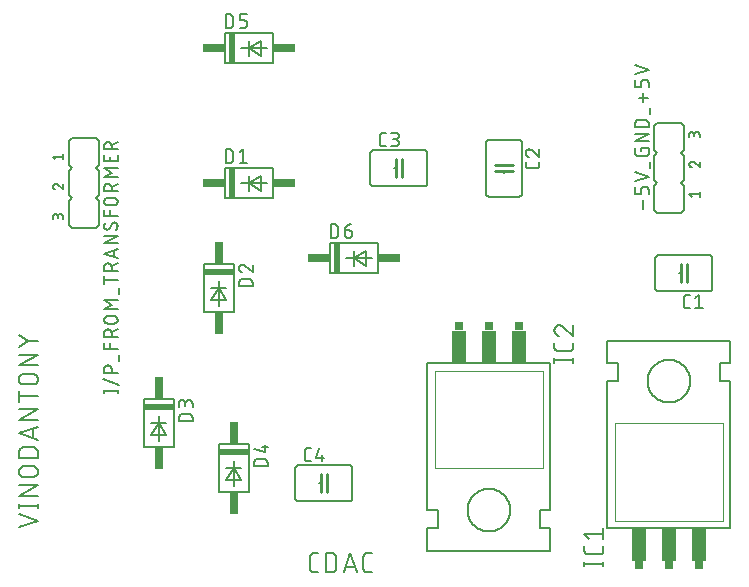
<source format=gbr>
G04 EAGLE Gerber RS-274X export*
G75*
%MOMM*%
%FSLAX34Y34*%
%LPD*%
%INSilkscreen Top*%
%IPPOS*%
%AMOC8*
5,1,8,0,0,1.08239X$1,22.5*%
G01*
%ADD10C,0.152400*%
%ADD11C,0.127000*%
%ADD12C,0.254000*%
%ADD13R,0.508000X2.540000*%
%ADD14R,1.905000X0.762000*%
%ADD15R,2.540000X0.508000*%
%ADD16R,0.762000X1.905000*%
%ADD17C,0.050800*%
%ADD18R,0.762000X0.635000*%
%ADD19R,1.270000X2.794000*%
%ADD20C,0.177800*%


D10*
X274687Y51562D02*
X271074Y51562D01*
X270956Y51564D01*
X270838Y51570D01*
X270720Y51579D01*
X270603Y51593D01*
X270486Y51610D01*
X270369Y51631D01*
X270254Y51656D01*
X270139Y51685D01*
X270025Y51718D01*
X269913Y51754D01*
X269802Y51794D01*
X269692Y51837D01*
X269583Y51884D01*
X269476Y51934D01*
X269371Y51989D01*
X269268Y52046D01*
X269167Y52107D01*
X269067Y52171D01*
X268970Y52238D01*
X268875Y52308D01*
X268783Y52382D01*
X268692Y52458D01*
X268605Y52538D01*
X268520Y52620D01*
X268438Y52705D01*
X268358Y52792D01*
X268282Y52883D01*
X268208Y52975D01*
X268138Y53070D01*
X268071Y53167D01*
X268007Y53267D01*
X267946Y53368D01*
X267889Y53471D01*
X267834Y53576D01*
X267784Y53683D01*
X267737Y53792D01*
X267694Y53902D01*
X267654Y54013D01*
X267618Y54125D01*
X267585Y54239D01*
X267556Y54354D01*
X267531Y54469D01*
X267510Y54586D01*
X267493Y54703D01*
X267479Y54820D01*
X267470Y54938D01*
X267464Y55056D01*
X267462Y55174D01*
X267462Y64206D01*
X267464Y64324D01*
X267470Y64442D01*
X267479Y64560D01*
X267493Y64677D01*
X267510Y64794D01*
X267531Y64911D01*
X267556Y65026D01*
X267585Y65141D01*
X267618Y65255D01*
X267654Y65367D01*
X267694Y65478D01*
X267737Y65588D01*
X267784Y65697D01*
X267834Y65804D01*
X267888Y65909D01*
X267946Y66012D01*
X268007Y66113D01*
X268071Y66213D01*
X268138Y66310D01*
X268208Y66405D01*
X268282Y66497D01*
X268358Y66588D01*
X268438Y66675D01*
X268520Y66760D01*
X268605Y66842D01*
X268692Y66922D01*
X268783Y66998D01*
X268875Y67072D01*
X268970Y67142D01*
X269067Y67209D01*
X269167Y67273D01*
X269268Y67334D01*
X269371Y67391D01*
X269476Y67445D01*
X269583Y67496D01*
X269692Y67543D01*
X269802Y67586D01*
X269913Y67626D01*
X270025Y67662D01*
X270139Y67695D01*
X270254Y67724D01*
X270369Y67749D01*
X270486Y67770D01*
X270603Y67787D01*
X270720Y67801D01*
X270838Y67810D01*
X270956Y67816D01*
X271074Y67818D01*
X274687Y67818D01*
X281049Y67818D02*
X281049Y51562D01*
X281049Y67818D02*
X285564Y67818D01*
X285695Y67816D01*
X285827Y67810D01*
X285958Y67801D01*
X286088Y67787D01*
X286219Y67770D01*
X286348Y67749D01*
X286477Y67725D01*
X286605Y67696D01*
X286733Y67664D01*
X286859Y67628D01*
X286984Y67589D01*
X287109Y67546D01*
X287231Y67499D01*
X287353Y67449D01*
X287473Y67395D01*
X287591Y67338D01*
X287707Y67277D01*
X287822Y67213D01*
X287935Y67146D01*
X288046Y67075D01*
X288154Y67001D01*
X288261Y66924D01*
X288365Y66844D01*
X288467Y66761D01*
X288566Y66676D01*
X288663Y66587D01*
X288757Y66495D01*
X288849Y66401D01*
X288938Y66304D01*
X289023Y66205D01*
X289106Y66103D01*
X289186Y65999D01*
X289263Y65892D01*
X289337Y65784D01*
X289408Y65673D01*
X289475Y65560D01*
X289539Y65445D01*
X289600Y65329D01*
X289657Y65211D01*
X289711Y65091D01*
X289761Y64969D01*
X289808Y64847D01*
X289851Y64722D01*
X289890Y64597D01*
X289926Y64471D01*
X289958Y64343D01*
X289987Y64215D01*
X290011Y64086D01*
X290032Y63957D01*
X290049Y63826D01*
X290063Y63696D01*
X290072Y63565D01*
X290078Y63433D01*
X290080Y63302D01*
X290080Y56078D01*
X290078Y55947D01*
X290072Y55815D01*
X290063Y55684D01*
X290049Y55554D01*
X290032Y55423D01*
X290011Y55294D01*
X289987Y55165D01*
X289958Y55037D01*
X289926Y54909D01*
X289890Y54783D01*
X289851Y54658D01*
X289808Y54533D01*
X289761Y54411D01*
X289711Y54289D01*
X289657Y54169D01*
X289600Y54051D01*
X289539Y53935D01*
X289475Y53820D01*
X289408Y53707D01*
X289337Y53596D01*
X289263Y53488D01*
X289186Y53381D01*
X289106Y53277D01*
X289023Y53175D01*
X288938Y53076D01*
X288849Y52979D01*
X288757Y52885D01*
X288663Y52793D01*
X288566Y52704D01*
X288467Y52619D01*
X288365Y52536D01*
X288261Y52456D01*
X288154Y52379D01*
X288046Y52305D01*
X287935Y52234D01*
X287822Y52167D01*
X287707Y52103D01*
X287591Y52042D01*
X287473Y51985D01*
X287353Y51931D01*
X287231Y51881D01*
X287109Y51834D01*
X286984Y51791D01*
X286859Y51752D01*
X286733Y51716D01*
X286605Y51684D01*
X286477Y51655D01*
X286348Y51631D01*
X286218Y51610D01*
X286088Y51593D01*
X285958Y51579D01*
X285827Y51570D01*
X285695Y51564D01*
X285564Y51562D01*
X281049Y51562D01*
X296298Y51562D02*
X301716Y67818D01*
X307135Y51562D01*
X305780Y55626D02*
X297652Y55626D01*
X316405Y51562D02*
X320017Y51562D01*
X316405Y51562D02*
X316287Y51564D01*
X316169Y51570D01*
X316051Y51579D01*
X315934Y51593D01*
X315817Y51610D01*
X315700Y51631D01*
X315585Y51656D01*
X315470Y51685D01*
X315356Y51718D01*
X315244Y51754D01*
X315133Y51794D01*
X315023Y51837D01*
X314914Y51884D01*
X314807Y51934D01*
X314702Y51989D01*
X314599Y52046D01*
X314498Y52107D01*
X314398Y52171D01*
X314301Y52238D01*
X314206Y52308D01*
X314114Y52382D01*
X314023Y52458D01*
X313936Y52538D01*
X313851Y52620D01*
X313769Y52705D01*
X313689Y52792D01*
X313613Y52883D01*
X313539Y52975D01*
X313469Y53070D01*
X313402Y53167D01*
X313338Y53267D01*
X313277Y53368D01*
X313220Y53471D01*
X313165Y53576D01*
X313115Y53683D01*
X313068Y53792D01*
X313025Y53902D01*
X312985Y54013D01*
X312949Y54125D01*
X312916Y54239D01*
X312887Y54354D01*
X312862Y54469D01*
X312841Y54586D01*
X312824Y54703D01*
X312810Y54820D01*
X312801Y54938D01*
X312795Y55056D01*
X312793Y55174D01*
X312793Y64206D01*
X312795Y64324D01*
X312801Y64442D01*
X312810Y64560D01*
X312824Y64677D01*
X312841Y64794D01*
X312862Y64911D01*
X312887Y65026D01*
X312916Y65141D01*
X312949Y65255D01*
X312985Y65367D01*
X313025Y65478D01*
X313068Y65588D01*
X313115Y65697D01*
X313165Y65804D01*
X313219Y65909D01*
X313277Y66012D01*
X313338Y66113D01*
X313402Y66213D01*
X313469Y66310D01*
X313539Y66405D01*
X313613Y66497D01*
X313689Y66588D01*
X313769Y66675D01*
X313851Y66760D01*
X313936Y66842D01*
X314023Y66922D01*
X314114Y66998D01*
X314206Y67072D01*
X314301Y67142D01*
X314398Y67209D01*
X314498Y67273D01*
X314599Y67334D01*
X314702Y67391D01*
X314807Y67445D01*
X314914Y67496D01*
X315023Y67543D01*
X315133Y67586D01*
X315244Y67626D01*
X315356Y67662D01*
X315470Y67695D01*
X315585Y67724D01*
X315700Y67749D01*
X315817Y67770D01*
X315934Y67787D01*
X316051Y67801D01*
X316169Y67810D01*
X316287Y67816D01*
X316405Y67818D01*
X320017Y67818D01*
X37338Y95081D02*
X21082Y89662D01*
X21082Y100499D02*
X37338Y95081D01*
X37338Y107586D02*
X21082Y107586D01*
X37338Y105779D02*
X37338Y109392D01*
X21082Y109392D02*
X21082Y105779D01*
X21082Y116096D02*
X37338Y116096D01*
X37338Y125127D02*
X21082Y116096D01*
X21082Y125127D02*
X37338Y125127D01*
X32822Y132248D02*
X25598Y132248D01*
X25465Y132250D01*
X25333Y132256D01*
X25201Y132266D01*
X25069Y132279D01*
X24937Y132297D01*
X24807Y132318D01*
X24676Y132343D01*
X24547Y132372D01*
X24419Y132405D01*
X24291Y132441D01*
X24165Y132481D01*
X24040Y132525D01*
X23916Y132573D01*
X23794Y132624D01*
X23673Y132679D01*
X23554Y132737D01*
X23436Y132799D01*
X23321Y132864D01*
X23207Y132933D01*
X23096Y133004D01*
X22987Y133080D01*
X22880Y133158D01*
X22775Y133239D01*
X22673Y133324D01*
X22573Y133411D01*
X22476Y133501D01*
X22381Y133594D01*
X22290Y133690D01*
X22201Y133788D01*
X22115Y133889D01*
X22032Y133993D01*
X21952Y134099D01*
X21876Y134207D01*
X21802Y134317D01*
X21732Y134430D01*
X21665Y134544D01*
X21602Y134661D01*
X21542Y134779D01*
X21485Y134899D01*
X21432Y135021D01*
X21383Y135144D01*
X21337Y135268D01*
X21295Y135394D01*
X21257Y135521D01*
X21222Y135649D01*
X21191Y135778D01*
X21164Y135907D01*
X21141Y136038D01*
X21121Y136169D01*
X21106Y136301D01*
X21094Y136433D01*
X21086Y136565D01*
X21082Y136698D01*
X21082Y136830D01*
X21086Y136963D01*
X21094Y137095D01*
X21106Y137227D01*
X21121Y137359D01*
X21141Y137490D01*
X21164Y137621D01*
X21191Y137750D01*
X21222Y137879D01*
X21257Y138007D01*
X21295Y138134D01*
X21337Y138260D01*
X21383Y138384D01*
X21432Y138507D01*
X21485Y138629D01*
X21542Y138749D01*
X21602Y138867D01*
X21665Y138984D01*
X21732Y139098D01*
X21802Y139211D01*
X21876Y139321D01*
X21952Y139429D01*
X22032Y139535D01*
X22115Y139639D01*
X22201Y139740D01*
X22290Y139838D01*
X22381Y139934D01*
X22476Y140027D01*
X22573Y140117D01*
X22673Y140204D01*
X22775Y140289D01*
X22880Y140370D01*
X22987Y140448D01*
X23096Y140524D01*
X23207Y140595D01*
X23321Y140664D01*
X23436Y140729D01*
X23554Y140791D01*
X23673Y140849D01*
X23794Y140904D01*
X23916Y140955D01*
X24040Y141003D01*
X24165Y141047D01*
X24291Y141087D01*
X24419Y141123D01*
X24547Y141156D01*
X24676Y141185D01*
X24807Y141210D01*
X24937Y141231D01*
X25069Y141249D01*
X25201Y141262D01*
X25333Y141272D01*
X25465Y141278D01*
X25598Y141280D01*
X25598Y141279D02*
X32822Y141279D01*
X32822Y141280D02*
X32955Y141278D01*
X33087Y141272D01*
X33219Y141262D01*
X33351Y141249D01*
X33483Y141231D01*
X33613Y141210D01*
X33744Y141185D01*
X33873Y141156D01*
X34001Y141123D01*
X34129Y141087D01*
X34255Y141047D01*
X34380Y141003D01*
X34504Y140955D01*
X34626Y140904D01*
X34747Y140849D01*
X34866Y140791D01*
X34984Y140729D01*
X35099Y140664D01*
X35213Y140595D01*
X35324Y140524D01*
X35433Y140448D01*
X35540Y140370D01*
X35645Y140289D01*
X35747Y140204D01*
X35847Y140117D01*
X35944Y140027D01*
X36039Y139934D01*
X36130Y139838D01*
X36219Y139740D01*
X36305Y139639D01*
X36388Y139535D01*
X36468Y139429D01*
X36544Y139321D01*
X36618Y139211D01*
X36688Y139098D01*
X36755Y138984D01*
X36818Y138867D01*
X36878Y138749D01*
X36935Y138629D01*
X36988Y138507D01*
X37037Y138384D01*
X37083Y138260D01*
X37125Y138134D01*
X37163Y138007D01*
X37198Y137879D01*
X37229Y137750D01*
X37256Y137621D01*
X37279Y137490D01*
X37299Y137359D01*
X37314Y137227D01*
X37326Y137095D01*
X37334Y136963D01*
X37338Y136830D01*
X37338Y136698D01*
X37334Y136565D01*
X37326Y136433D01*
X37314Y136301D01*
X37299Y136169D01*
X37279Y136038D01*
X37256Y135907D01*
X37229Y135778D01*
X37198Y135649D01*
X37163Y135521D01*
X37125Y135394D01*
X37083Y135268D01*
X37037Y135144D01*
X36988Y135021D01*
X36935Y134899D01*
X36878Y134779D01*
X36818Y134661D01*
X36755Y134544D01*
X36688Y134430D01*
X36618Y134317D01*
X36544Y134207D01*
X36468Y134099D01*
X36388Y133993D01*
X36305Y133889D01*
X36219Y133788D01*
X36130Y133690D01*
X36039Y133594D01*
X35944Y133501D01*
X35847Y133411D01*
X35747Y133324D01*
X35645Y133239D01*
X35540Y133158D01*
X35433Y133080D01*
X35324Y133004D01*
X35213Y132933D01*
X35099Y132864D01*
X34984Y132799D01*
X34866Y132737D01*
X34747Y132679D01*
X34626Y132624D01*
X34504Y132573D01*
X34380Y132525D01*
X34255Y132481D01*
X34129Y132441D01*
X34001Y132405D01*
X33873Y132372D01*
X33744Y132343D01*
X33613Y132318D01*
X33483Y132297D01*
X33351Y132279D01*
X33219Y132266D01*
X33087Y132256D01*
X32955Y132250D01*
X32822Y132248D01*
X37338Y148401D02*
X21082Y148401D01*
X21082Y152916D01*
X21084Y153047D01*
X21090Y153179D01*
X21099Y153310D01*
X21113Y153440D01*
X21130Y153571D01*
X21151Y153700D01*
X21175Y153829D01*
X21204Y153957D01*
X21236Y154085D01*
X21272Y154211D01*
X21311Y154336D01*
X21354Y154461D01*
X21401Y154583D01*
X21451Y154705D01*
X21505Y154825D01*
X21562Y154943D01*
X21623Y155059D01*
X21687Y155174D01*
X21754Y155287D01*
X21825Y155398D01*
X21899Y155506D01*
X21976Y155613D01*
X22056Y155717D01*
X22139Y155819D01*
X22224Y155918D01*
X22313Y156015D01*
X22405Y156109D01*
X22499Y156201D01*
X22596Y156290D01*
X22695Y156375D01*
X22797Y156458D01*
X22901Y156538D01*
X23008Y156615D01*
X23116Y156689D01*
X23227Y156760D01*
X23340Y156827D01*
X23455Y156891D01*
X23571Y156952D01*
X23689Y157009D01*
X23809Y157063D01*
X23931Y157113D01*
X24053Y157160D01*
X24178Y157203D01*
X24303Y157242D01*
X24429Y157278D01*
X24557Y157310D01*
X24685Y157339D01*
X24814Y157363D01*
X24943Y157384D01*
X25074Y157401D01*
X25204Y157415D01*
X25335Y157424D01*
X25467Y157430D01*
X25598Y157432D01*
X32822Y157432D01*
X32953Y157430D01*
X33085Y157424D01*
X33216Y157415D01*
X33346Y157401D01*
X33477Y157384D01*
X33606Y157363D01*
X33735Y157339D01*
X33863Y157310D01*
X33991Y157278D01*
X34117Y157242D01*
X34242Y157203D01*
X34367Y157160D01*
X34489Y157113D01*
X34611Y157063D01*
X34731Y157009D01*
X34849Y156952D01*
X34965Y156891D01*
X35080Y156827D01*
X35193Y156760D01*
X35304Y156689D01*
X35412Y156615D01*
X35519Y156538D01*
X35623Y156458D01*
X35725Y156375D01*
X35824Y156290D01*
X35921Y156201D01*
X36015Y156109D01*
X36107Y156015D01*
X36196Y155918D01*
X36281Y155819D01*
X36364Y155717D01*
X36444Y155613D01*
X36521Y155506D01*
X36595Y155398D01*
X36666Y155287D01*
X36733Y155174D01*
X36797Y155059D01*
X36858Y154943D01*
X36915Y154825D01*
X36969Y154705D01*
X37019Y154583D01*
X37066Y154461D01*
X37109Y154336D01*
X37148Y154211D01*
X37184Y154085D01*
X37216Y153957D01*
X37245Y153829D01*
X37269Y153700D01*
X37290Y153570D01*
X37307Y153440D01*
X37321Y153310D01*
X37330Y153179D01*
X37336Y153047D01*
X37338Y152916D01*
X37338Y148401D01*
X37338Y163650D02*
X21082Y169069D01*
X37338Y174487D01*
X33274Y173133D02*
X33274Y165005D01*
X37338Y180705D02*
X21082Y180705D01*
X37338Y189736D01*
X21082Y189736D01*
X21082Y200331D02*
X37338Y200331D01*
X21082Y195815D02*
X21082Y204847D01*
X25598Y210405D02*
X32822Y210405D01*
X25598Y210404D02*
X25465Y210406D01*
X25333Y210412D01*
X25201Y210422D01*
X25069Y210435D01*
X24937Y210453D01*
X24807Y210474D01*
X24676Y210499D01*
X24547Y210528D01*
X24419Y210561D01*
X24291Y210597D01*
X24165Y210637D01*
X24040Y210681D01*
X23916Y210729D01*
X23794Y210780D01*
X23673Y210835D01*
X23554Y210893D01*
X23436Y210955D01*
X23321Y211020D01*
X23207Y211089D01*
X23096Y211160D01*
X22987Y211236D01*
X22880Y211314D01*
X22775Y211395D01*
X22673Y211480D01*
X22573Y211567D01*
X22476Y211657D01*
X22381Y211750D01*
X22290Y211846D01*
X22201Y211944D01*
X22115Y212045D01*
X22032Y212149D01*
X21952Y212255D01*
X21876Y212363D01*
X21802Y212473D01*
X21732Y212586D01*
X21665Y212700D01*
X21602Y212817D01*
X21542Y212935D01*
X21485Y213055D01*
X21432Y213177D01*
X21383Y213300D01*
X21337Y213424D01*
X21295Y213550D01*
X21257Y213677D01*
X21222Y213805D01*
X21191Y213934D01*
X21164Y214063D01*
X21141Y214194D01*
X21121Y214325D01*
X21106Y214457D01*
X21094Y214589D01*
X21086Y214721D01*
X21082Y214854D01*
X21082Y214986D01*
X21086Y215119D01*
X21094Y215251D01*
X21106Y215383D01*
X21121Y215515D01*
X21141Y215646D01*
X21164Y215777D01*
X21191Y215906D01*
X21222Y216035D01*
X21257Y216163D01*
X21295Y216290D01*
X21337Y216416D01*
X21383Y216540D01*
X21432Y216663D01*
X21485Y216785D01*
X21542Y216905D01*
X21602Y217023D01*
X21665Y217140D01*
X21732Y217254D01*
X21802Y217367D01*
X21876Y217477D01*
X21952Y217585D01*
X22032Y217691D01*
X22115Y217795D01*
X22201Y217896D01*
X22290Y217994D01*
X22381Y218090D01*
X22476Y218183D01*
X22573Y218273D01*
X22673Y218360D01*
X22775Y218445D01*
X22880Y218526D01*
X22987Y218604D01*
X23096Y218680D01*
X23207Y218751D01*
X23321Y218820D01*
X23436Y218885D01*
X23554Y218947D01*
X23673Y219005D01*
X23794Y219060D01*
X23916Y219111D01*
X24040Y219159D01*
X24165Y219203D01*
X24291Y219243D01*
X24419Y219279D01*
X24547Y219312D01*
X24676Y219341D01*
X24807Y219366D01*
X24937Y219387D01*
X25069Y219405D01*
X25201Y219418D01*
X25333Y219428D01*
X25465Y219434D01*
X25598Y219436D01*
X32822Y219436D01*
X32955Y219434D01*
X33087Y219428D01*
X33219Y219418D01*
X33351Y219405D01*
X33483Y219387D01*
X33613Y219366D01*
X33744Y219341D01*
X33873Y219312D01*
X34001Y219279D01*
X34129Y219243D01*
X34255Y219203D01*
X34380Y219159D01*
X34504Y219111D01*
X34626Y219060D01*
X34747Y219005D01*
X34866Y218947D01*
X34984Y218885D01*
X35099Y218820D01*
X35213Y218751D01*
X35324Y218680D01*
X35433Y218604D01*
X35540Y218526D01*
X35645Y218445D01*
X35747Y218360D01*
X35847Y218273D01*
X35944Y218183D01*
X36039Y218090D01*
X36130Y217994D01*
X36219Y217896D01*
X36305Y217795D01*
X36388Y217691D01*
X36468Y217585D01*
X36544Y217477D01*
X36618Y217367D01*
X36688Y217254D01*
X36755Y217140D01*
X36818Y217023D01*
X36878Y216905D01*
X36935Y216785D01*
X36988Y216663D01*
X37037Y216540D01*
X37083Y216416D01*
X37125Y216290D01*
X37163Y216163D01*
X37198Y216035D01*
X37229Y215906D01*
X37256Y215777D01*
X37279Y215646D01*
X37299Y215515D01*
X37314Y215383D01*
X37326Y215251D01*
X37334Y215119D01*
X37338Y214986D01*
X37338Y214854D01*
X37334Y214721D01*
X37326Y214589D01*
X37314Y214457D01*
X37299Y214325D01*
X37279Y214194D01*
X37256Y214063D01*
X37229Y213934D01*
X37198Y213805D01*
X37163Y213677D01*
X37125Y213550D01*
X37083Y213424D01*
X37037Y213300D01*
X36988Y213177D01*
X36935Y213055D01*
X36878Y212935D01*
X36818Y212817D01*
X36755Y212700D01*
X36688Y212586D01*
X36618Y212473D01*
X36544Y212363D01*
X36468Y212255D01*
X36388Y212149D01*
X36305Y212045D01*
X36219Y211944D01*
X36130Y211846D01*
X36039Y211750D01*
X35944Y211657D01*
X35847Y211567D01*
X35747Y211480D01*
X35645Y211395D01*
X35540Y211314D01*
X35433Y211236D01*
X35324Y211160D01*
X35213Y211089D01*
X35099Y211020D01*
X34984Y210955D01*
X34866Y210893D01*
X34747Y210835D01*
X34626Y210780D01*
X34504Y210729D01*
X34380Y210681D01*
X34255Y210637D01*
X34129Y210597D01*
X34001Y210561D01*
X33873Y210528D01*
X33744Y210499D01*
X33613Y210474D01*
X33483Y210453D01*
X33351Y210435D01*
X33219Y210422D01*
X33087Y210412D01*
X32955Y210406D01*
X32822Y210404D01*
X37338Y226557D02*
X21082Y226557D01*
X37338Y235588D01*
X21082Y235588D01*
X21082Y241806D02*
X28758Y247225D01*
X21082Y252643D01*
X28758Y247225D02*
X37338Y247225D01*
X561340Y355600D02*
X581660Y355600D01*
X558800Y408940D02*
X558800Y429260D01*
X558800Y408940D02*
X561340Y406400D01*
X584200Y408940D02*
X584200Y429260D01*
X584200Y408940D02*
X581660Y406400D01*
X584200Y429260D02*
X581660Y431800D01*
X561340Y431800D02*
X558800Y429260D01*
X561340Y431800D02*
X581660Y431800D01*
X561340Y406400D02*
X558800Y403860D01*
X558800Y383540D01*
X561340Y381000D01*
X558800Y378460D01*
X558800Y358140D02*
X561340Y355600D01*
X558800Y358140D02*
X558800Y378460D01*
X584200Y403860D02*
X581660Y406400D01*
X584200Y383540D02*
X581660Y381000D01*
X584200Y378460D01*
X584200Y358140D02*
X581660Y355600D01*
X584200Y383540D02*
X584200Y403860D01*
X584200Y378460D02*
X584200Y358140D01*
D11*
X590818Y368935D02*
X588899Y371334D01*
X597535Y371334D01*
X597535Y368935D02*
X597535Y373733D01*
X588899Y396974D02*
X588901Y397066D01*
X588907Y397157D01*
X588916Y397248D01*
X588930Y397339D01*
X588947Y397429D01*
X588969Y397518D01*
X588994Y397606D01*
X589022Y397693D01*
X589055Y397779D01*
X589091Y397863D01*
X589130Y397946D01*
X589173Y398027D01*
X589220Y398106D01*
X589269Y398183D01*
X589322Y398258D01*
X589378Y398330D01*
X589437Y398400D01*
X589499Y398468D01*
X589564Y398533D01*
X589632Y398595D01*
X589702Y398654D01*
X589774Y398710D01*
X589849Y398763D01*
X589926Y398812D01*
X590005Y398859D01*
X590086Y398902D01*
X590169Y398941D01*
X590253Y398977D01*
X590339Y399010D01*
X590426Y399038D01*
X590514Y399063D01*
X590603Y399085D01*
X590693Y399102D01*
X590784Y399116D01*
X590875Y399125D01*
X590966Y399131D01*
X591058Y399133D01*
X588899Y396974D02*
X588901Y396871D01*
X588907Y396769D01*
X588916Y396667D01*
X588929Y396565D01*
X588946Y396464D01*
X588967Y396363D01*
X588991Y396264D01*
X589020Y396165D01*
X589051Y396068D01*
X589087Y395971D01*
X589125Y395876D01*
X589168Y395783D01*
X589214Y395691D01*
X589263Y395601D01*
X589315Y395513D01*
X589371Y395426D01*
X589430Y395342D01*
X589491Y395261D01*
X589556Y395181D01*
X589624Y395104D01*
X589695Y395029D01*
X589768Y394958D01*
X589844Y394889D01*
X589922Y394822D01*
X590003Y394759D01*
X590086Y394699D01*
X590171Y394642D01*
X590258Y394588D01*
X590348Y394537D01*
X590439Y394490D01*
X590531Y394446D01*
X590626Y394405D01*
X590721Y394368D01*
X590818Y394335D01*
X592737Y398413D02*
X592671Y398480D01*
X592602Y398544D01*
X592531Y398605D01*
X592457Y398663D01*
X592381Y398718D01*
X592303Y398770D01*
X592223Y398819D01*
X592141Y398865D01*
X592057Y398907D01*
X591971Y398946D01*
X591884Y398981D01*
X591796Y399012D01*
X591706Y399040D01*
X591616Y399065D01*
X591524Y399086D01*
X591432Y399103D01*
X591339Y399116D01*
X591246Y399125D01*
X591152Y399131D01*
X591058Y399133D01*
X592737Y398413D02*
X597535Y394335D01*
X597535Y399133D01*
X597535Y419735D02*
X597535Y422134D01*
X597533Y422231D01*
X597527Y422327D01*
X597518Y422423D01*
X597504Y422519D01*
X597487Y422614D01*
X597465Y422708D01*
X597440Y422801D01*
X597412Y422894D01*
X597379Y422985D01*
X597343Y423074D01*
X597303Y423162D01*
X597260Y423249D01*
X597214Y423334D01*
X597164Y423416D01*
X597110Y423497D01*
X597054Y423575D01*
X596994Y423651D01*
X596932Y423725D01*
X596866Y423796D01*
X596798Y423864D01*
X596727Y423930D01*
X596653Y423992D01*
X596577Y424052D01*
X596499Y424108D01*
X596418Y424162D01*
X596336Y424212D01*
X596251Y424258D01*
X596164Y424301D01*
X596076Y424341D01*
X595987Y424377D01*
X595896Y424410D01*
X595803Y424438D01*
X595710Y424463D01*
X595616Y424485D01*
X595521Y424502D01*
X595425Y424516D01*
X595329Y424525D01*
X595233Y424531D01*
X595136Y424533D01*
X595039Y424531D01*
X594943Y424525D01*
X594847Y424516D01*
X594751Y424502D01*
X594656Y424485D01*
X594562Y424463D01*
X594469Y424438D01*
X594376Y424410D01*
X594285Y424377D01*
X594196Y424341D01*
X594108Y424301D01*
X594021Y424258D01*
X593937Y424212D01*
X593854Y424162D01*
X593773Y424108D01*
X593695Y424052D01*
X593619Y423992D01*
X593545Y423930D01*
X593474Y423864D01*
X593406Y423796D01*
X593340Y423725D01*
X593278Y423651D01*
X593218Y423575D01*
X593162Y423497D01*
X593108Y423416D01*
X593058Y423334D01*
X593012Y423249D01*
X592969Y423162D01*
X592929Y423074D01*
X592893Y422985D01*
X592860Y422894D01*
X592832Y422801D01*
X592807Y422708D01*
X592785Y422614D01*
X592768Y422519D01*
X592754Y422423D01*
X592745Y422327D01*
X592739Y422231D01*
X592737Y422134D01*
X588899Y422614D02*
X588899Y419735D01*
X588899Y422614D02*
X588901Y422700D01*
X588907Y422786D01*
X588916Y422872D01*
X588930Y422957D01*
X588947Y423041D01*
X588968Y423125D01*
X588993Y423207D01*
X589021Y423288D01*
X589053Y423368D01*
X589089Y423447D01*
X589128Y423523D01*
X589171Y423598D01*
X589216Y423671D01*
X589265Y423742D01*
X589318Y423810D01*
X589373Y423877D01*
X589431Y423940D01*
X589492Y424001D01*
X589555Y424059D01*
X589622Y424114D01*
X589690Y424167D01*
X589761Y424216D01*
X589834Y424261D01*
X589909Y424304D01*
X589985Y424343D01*
X590064Y424379D01*
X590144Y424411D01*
X590225Y424439D01*
X590307Y424464D01*
X590391Y424485D01*
X590475Y424502D01*
X590560Y424516D01*
X590646Y424525D01*
X590732Y424531D01*
X590818Y424533D01*
X590904Y424531D01*
X590990Y424525D01*
X591076Y424516D01*
X591161Y424502D01*
X591245Y424485D01*
X591329Y424464D01*
X591411Y424439D01*
X591492Y424411D01*
X591572Y424379D01*
X591651Y424343D01*
X591727Y424304D01*
X591802Y424261D01*
X591875Y424216D01*
X591946Y424167D01*
X592014Y424114D01*
X592081Y424059D01*
X592144Y424001D01*
X592205Y423940D01*
X592263Y423877D01*
X592318Y423810D01*
X592371Y423742D01*
X592420Y423671D01*
X592465Y423598D01*
X592508Y423523D01*
X592547Y423447D01*
X592583Y423368D01*
X592615Y423288D01*
X592643Y423207D01*
X592668Y423125D01*
X592689Y423041D01*
X592706Y422957D01*
X592720Y422872D01*
X592729Y422786D01*
X592735Y422700D01*
X592737Y422614D01*
X592737Y420695D01*
X549910Y366395D02*
X549910Y358775D01*
X554355Y371602D02*
X554355Y375412D01*
X554353Y375512D01*
X554347Y375611D01*
X554337Y375711D01*
X554324Y375809D01*
X554306Y375908D01*
X554285Y376005D01*
X554260Y376101D01*
X554231Y376197D01*
X554198Y376291D01*
X554162Y376384D01*
X554122Y376475D01*
X554078Y376565D01*
X554031Y376653D01*
X553981Y376739D01*
X553927Y376823D01*
X553870Y376905D01*
X553810Y376984D01*
X553746Y377062D01*
X553680Y377136D01*
X553611Y377208D01*
X553539Y377277D01*
X553465Y377343D01*
X553387Y377407D01*
X553308Y377467D01*
X553226Y377524D01*
X553142Y377578D01*
X553056Y377628D01*
X552968Y377675D01*
X552878Y377719D01*
X552787Y377759D01*
X552694Y377795D01*
X552600Y377828D01*
X552504Y377857D01*
X552408Y377882D01*
X552311Y377903D01*
X552212Y377921D01*
X552114Y377934D01*
X552014Y377944D01*
X551915Y377950D01*
X551815Y377952D01*
X550545Y377952D01*
X550445Y377950D01*
X550346Y377944D01*
X550246Y377934D01*
X550148Y377921D01*
X550049Y377903D01*
X549952Y377882D01*
X549856Y377857D01*
X549760Y377828D01*
X549666Y377795D01*
X549573Y377759D01*
X549482Y377719D01*
X549392Y377675D01*
X549304Y377628D01*
X549218Y377578D01*
X549134Y377524D01*
X549052Y377467D01*
X548973Y377407D01*
X548895Y377343D01*
X548821Y377277D01*
X548749Y377208D01*
X548680Y377136D01*
X548614Y377062D01*
X548550Y376984D01*
X548490Y376905D01*
X548433Y376823D01*
X548379Y376739D01*
X548329Y376653D01*
X548282Y376565D01*
X548238Y376475D01*
X548198Y376384D01*
X548162Y376291D01*
X548129Y376197D01*
X548100Y376101D01*
X548075Y376005D01*
X548054Y375908D01*
X548036Y375809D01*
X548023Y375711D01*
X548013Y375611D01*
X548007Y375512D01*
X548005Y375412D01*
X548005Y371602D01*
X542925Y371602D01*
X542925Y377952D01*
X542925Y382397D02*
X554355Y386207D01*
X542925Y390017D01*
X555625Y393954D02*
X555625Y399034D01*
X548005Y408432D02*
X548005Y410337D01*
X554355Y410337D01*
X554355Y406527D01*
X554353Y406427D01*
X554347Y406328D01*
X554337Y406228D01*
X554324Y406130D01*
X554306Y406031D01*
X554285Y405934D01*
X554260Y405838D01*
X554231Y405742D01*
X554198Y405648D01*
X554162Y405555D01*
X554122Y405464D01*
X554078Y405374D01*
X554031Y405286D01*
X553981Y405200D01*
X553927Y405116D01*
X553870Y405034D01*
X553810Y404955D01*
X553746Y404877D01*
X553680Y404803D01*
X553611Y404731D01*
X553539Y404662D01*
X553465Y404596D01*
X553387Y404532D01*
X553308Y404472D01*
X553226Y404415D01*
X553142Y404361D01*
X553056Y404311D01*
X552968Y404264D01*
X552878Y404220D01*
X552787Y404180D01*
X552694Y404144D01*
X552600Y404111D01*
X552504Y404082D01*
X552408Y404057D01*
X552311Y404036D01*
X552212Y404018D01*
X552114Y404005D01*
X552014Y403995D01*
X551915Y403989D01*
X551815Y403987D01*
X545465Y403987D01*
X545365Y403989D01*
X545266Y403995D01*
X545166Y404005D01*
X545068Y404018D01*
X544969Y404036D01*
X544872Y404057D01*
X544776Y404082D01*
X544680Y404111D01*
X544586Y404144D01*
X544493Y404180D01*
X544402Y404220D01*
X544312Y404264D01*
X544224Y404311D01*
X544138Y404361D01*
X544054Y404415D01*
X543972Y404472D01*
X543893Y404532D01*
X543815Y404596D01*
X543741Y404662D01*
X543669Y404731D01*
X543600Y404803D01*
X543534Y404877D01*
X543470Y404955D01*
X543410Y405034D01*
X543353Y405116D01*
X543299Y405200D01*
X543249Y405286D01*
X543202Y405374D01*
X543158Y405464D01*
X543118Y405555D01*
X543082Y405648D01*
X543049Y405742D01*
X543020Y405838D01*
X542995Y405934D01*
X542974Y406031D01*
X542956Y406130D01*
X542943Y406228D01*
X542933Y406328D01*
X542927Y406427D01*
X542925Y406527D01*
X542925Y410337D01*
X542925Y416179D02*
X554355Y416179D01*
X554355Y422529D02*
X542925Y416179D01*
X542925Y422529D02*
X554355Y422529D01*
X554355Y428371D02*
X542925Y428371D01*
X542925Y431546D01*
X542927Y431657D01*
X542933Y431767D01*
X542942Y431878D01*
X542956Y431988D01*
X542973Y432097D01*
X542994Y432206D01*
X543019Y432314D01*
X543048Y432421D01*
X543080Y432527D01*
X543116Y432632D01*
X543156Y432735D01*
X543199Y432837D01*
X543246Y432938D01*
X543297Y433037D01*
X543350Y433134D01*
X543407Y433228D01*
X543468Y433321D01*
X543531Y433412D01*
X543598Y433501D01*
X543668Y433587D01*
X543741Y433670D01*
X543816Y433752D01*
X543894Y433830D01*
X543976Y433905D01*
X544059Y433978D01*
X544145Y434048D01*
X544234Y434115D01*
X544325Y434178D01*
X544418Y434239D01*
X544513Y434296D01*
X544609Y434349D01*
X544708Y434400D01*
X544809Y434447D01*
X544911Y434490D01*
X545014Y434530D01*
X545119Y434566D01*
X545225Y434598D01*
X545332Y434627D01*
X545440Y434652D01*
X545549Y434673D01*
X545658Y434690D01*
X545768Y434704D01*
X545879Y434713D01*
X545989Y434719D01*
X546100Y434721D01*
X551180Y434721D01*
X551291Y434719D01*
X551401Y434713D01*
X551512Y434704D01*
X551622Y434690D01*
X551731Y434673D01*
X551840Y434652D01*
X551948Y434627D01*
X552055Y434598D01*
X552161Y434566D01*
X552266Y434530D01*
X552369Y434490D01*
X552471Y434447D01*
X552572Y434400D01*
X552671Y434349D01*
X552768Y434296D01*
X552862Y434239D01*
X552955Y434178D01*
X553046Y434115D01*
X553135Y434048D01*
X553221Y433978D01*
X553304Y433905D01*
X553386Y433830D01*
X553464Y433752D01*
X553539Y433670D01*
X553612Y433587D01*
X553682Y433501D01*
X553749Y433412D01*
X553812Y433321D01*
X553873Y433228D01*
X553930Y433134D01*
X553983Y433037D01*
X554034Y432938D01*
X554081Y432837D01*
X554124Y432735D01*
X554164Y432632D01*
X554200Y432527D01*
X554232Y432421D01*
X554261Y432314D01*
X554286Y432206D01*
X554307Y432097D01*
X554324Y431988D01*
X554338Y431878D01*
X554347Y431767D01*
X554353Y431657D01*
X554355Y431546D01*
X554355Y428371D01*
X555625Y439674D02*
X555625Y444754D01*
X549910Y449453D02*
X549910Y457073D01*
X553720Y453263D02*
X546100Y453263D01*
X554355Y462280D02*
X554355Y466090D01*
X554353Y466190D01*
X554347Y466289D01*
X554337Y466389D01*
X554324Y466487D01*
X554306Y466586D01*
X554285Y466683D01*
X554260Y466779D01*
X554231Y466875D01*
X554198Y466969D01*
X554162Y467062D01*
X554122Y467153D01*
X554078Y467243D01*
X554031Y467331D01*
X553981Y467417D01*
X553927Y467501D01*
X553870Y467583D01*
X553810Y467662D01*
X553746Y467740D01*
X553680Y467814D01*
X553611Y467886D01*
X553539Y467955D01*
X553465Y468021D01*
X553387Y468085D01*
X553308Y468145D01*
X553226Y468202D01*
X553142Y468256D01*
X553056Y468306D01*
X552968Y468353D01*
X552878Y468397D01*
X552787Y468437D01*
X552694Y468473D01*
X552600Y468506D01*
X552504Y468535D01*
X552408Y468560D01*
X552311Y468581D01*
X552212Y468599D01*
X552114Y468612D01*
X552014Y468622D01*
X551915Y468628D01*
X551815Y468630D01*
X550545Y468630D01*
X550445Y468628D01*
X550346Y468622D01*
X550246Y468612D01*
X550148Y468599D01*
X550049Y468581D01*
X549952Y468560D01*
X549856Y468535D01*
X549760Y468506D01*
X549666Y468473D01*
X549573Y468437D01*
X549482Y468397D01*
X549392Y468353D01*
X549304Y468306D01*
X549218Y468256D01*
X549134Y468202D01*
X549052Y468145D01*
X548973Y468085D01*
X548895Y468021D01*
X548821Y467955D01*
X548749Y467886D01*
X548680Y467814D01*
X548614Y467740D01*
X548550Y467662D01*
X548490Y467583D01*
X548433Y467501D01*
X548379Y467417D01*
X548329Y467331D01*
X548282Y467243D01*
X548238Y467153D01*
X548198Y467062D01*
X548162Y466969D01*
X548129Y466875D01*
X548100Y466779D01*
X548075Y466683D01*
X548054Y466586D01*
X548036Y466487D01*
X548023Y466389D01*
X548013Y466289D01*
X548007Y466190D01*
X548005Y466090D01*
X548005Y462280D01*
X542925Y462280D01*
X542925Y468630D01*
X542925Y473075D02*
X554355Y476885D01*
X542925Y480695D01*
D10*
X562610Y289560D02*
X605790Y289560D01*
X605790Y320040D02*
X562610Y320040D01*
X560070Y317500D02*
X560070Y292100D01*
X608330Y292100D02*
X608330Y317500D01*
X562610Y289560D02*
X562510Y289562D01*
X562411Y289568D01*
X562311Y289578D01*
X562213Y289591D01*
X562114Y289609D01*
X562017Y289630D01*
X561921Y289655D01*
X561825Y289684D01*
X561731Y289717D01*
X561638Y289753D01*
X561547Y289793D01*
X561457Y289837D01*
X561369Y289884D01*
X561283Y289934D01*
X561199Y289988D01*
X561117Y290045D01*
X561038Y290105D01*
X560960Y290169D01*
X560886Y290235D01*
X560814Y290304D01*
X560745Y290376D01*
X560679Y290450D01*
X560615Y290528D01*
X560555Y290607D01*
X560498Y290689D01*
X560444Y290773D01*
X560394Y290859D01*
X560347Y290947D01*
X560303Y291037D01*
X560263Y291128D01*
X560227Y291221D01*
X560194Y291315D01*
X560165Y291411D01*
X560140Y291507D01*
X560119Y291604D01*
X560101Y291703D01*
X560088Y291801D01*
X560078Y291901D01*
X560072Y292000D01*
X560070Y292100D01*
X605790Y289560D02*
X605890Y289562D01*
X605989Y289568D01*
X606089Y289578D01*
X606187Y289591D01*
X606286Y289609D01*
X606383Y289630D01*
X606479Y289655D01*
X606575Y289684D01*
X606669Y289717D01*
X606762Y289753D01*
X606853Y289793D01*
X606943Y289837D01*
X607031Y289884D01*
X607117Y289934D01*
X607201Y289988D01*
X607283Y290045D01*
X607362Y290105D01*
X607440Y290169D01*
X607514Y290235D01*
X607586Y290304D01*
X607655Y290376D01*
X607721Y290450D01*
X607785Y290528D01*
X607845Y290607D01*
X607902Y290689D01*
X607956Y290773D01*
X608006Y290859D01*
X608053Y290947D01*
X608097Y291037D01*
X608137Y291128D01*
X608173Y291221D01*
X608206Y291315D01*
X608235Y291411D01*
X608260Y291507D01*
X608281Y291604D01*
X608299Y291703D01*
X608312Y291801D01*
X608322Y291901D01*
X608328Y292000D01*
X608330Y292100D01*
X562610Y320040D02*
X562510Y320038D01*
X562411Y320032D01*
X562311Y320022D01*
X562213Y320009D01*
X562114Y319991D01*
X562017Y319970D01*
X561921Y319945D01*
X561825Y319916D01*
X561731Y319883D01*
X561638Y319847D01*
X561547Y319807D01*
X561457Y319763D01*
X561369Y319716D01*
X561283Y319666D01*
X561199Y319612D01*
X561117Y319555D01*
X561038Y319495D01*
X560960Y319431D01*
X560886Y319365D01*
X560814Y319296D01*
X560745Y319224D01*
X560679Y319150D01*
X560615Y319072D01*
X560555Y318993D01*
X560498Y318911D01*
X560444Y318827D01*
X560394Y318741D01*
X560347Y318653D01*
X560303Y318563D01*
X560263Y318472D01*
X560227Y318379D01*
X560194Y318285D01*
X560165Y318189D01*
X560140Y318093D01*
X560119Y317996D01*
X560101Y317897D01*
X560088Y317799D01*
X560078Y317699D01*
X560072Y317600D01*
X560070Y317500D01*
X605790Y320040D02*
X605890Y320038D01*
X605989Y320032D01*
X606089Y320022D01*
X606187Y320009D01*
X606286Y319991D01*
X606383Y319970D01*
X606479Y319945D01*
X606575Y319916D01*
X606669Y319883D01*
X606762Y319847D01*
X606853Y319807D01*
X606943Y319763D01*
X607031Y319716D01*
X607117Y319666D01*
X607201Y319612D01*
X607283Y319555D01*
X607362Y319495D01*
X607440Y319431D01*
X607514Y319365D01*
X607586Y319296D01*
X607655Y319224D01*
X607721Y319150D01*
X607785Y319072D01*
X607845Y318993D01*
X607902Y318911D01*
X607956Y318827D01*
X608006Y318741D01*
X608053Y318653D01*
X608097Y318563D01*
X608137Y318472D01*
X608173Y318379D01*
X608206Y318285D01*
X608235Y318189D01*
X608260Y318093D01*
X608281Y317996D01*
X608299Y317897D01*
X608312Y317799D01*
X608322Y317699D01*
X608328Y317600D01*
X608330Y317500D01*
X581660Y304800D02*
X580390Y304800D01*
D12*
X581660Y304800D02*
X581660Y297180D01*
X581660Y304800D02*
X581660Y312420D01*
X586740Y304800D02*
X586740Y297180D01*
X586740Y304800D02*
X586740Y312420D01*
D10*
X586740Y304800D02*
X588010Y304800D01*
D11*
X589243Y274955D02*
X586703Y274955D01*
X586603Y274957D01*
X586504Y274963D01*
X586404Y274973D01*
X586306Y274986D01*
X586207Y275004D01*
X586110Y275025D01*
X586014Y275050D01*
X585918Y275079D01*
X585824Y275112D01*
X585731Y275148D01*
X585640Y275188D01*
X585550Y275232D01*
X585462Y275279D01*
X585376Y275329D01*
X585292Y275383D01*
X585210Y275440D01*
X585131Y275500D01*
X585053Y275564D01*
X584979Y275630D01*
X584907Y275699D01*
X584838Y275771D01*
X584772Y275845D01*
X584708Y275923D01*
X584648Y276002D01*
X584591Y276084D01*
X584537Y276168D01*
X584487Y276254D01*
X584440Y276342D01*
X584396Y276432D01*
X584356Y276523D01*
X584320Y276616D01*
X584287Y276710D01*
X584258Y276806D01*
X584233Y276902D01*
X584212Y276999D01*
X584194Y277098D01*
X584181Y277196D01*
X584171Y277296D01*
X584165Y277395D01*
X584163Y277495D01*
X584163Y283845D01*
X584165Y283945D01*
X584171Y284044D01*
X584181Y284144D01*
X584194Y284242D01*
X584212Y284341D01*
X584233Y284438D01*
X584258Y284534D01*
X584287Y284630D01*
X584320Y284724D01*
X584356Y284817D01*
X584396Y284908D01*
X584440Y284998D01*
X584487Y285086D01*
X584537Y285172D01*
X584591Y285256D01*
X584648Y285338D01*
X584708Y285417D01*
X584772Y285495D01*
X584838Y285569D01*
X584907Y285641D01*
X584979Y285710D01*
X585053Y285776D01*
X585131Y285840D01*
X585210Y285900D01*
X585292Y285957D01*
X585376Y286011D01*
X585462Y286061D01*
X585550Y286108D01*
X585640Y286152D01*
X585731Y286192D01*
X585824Y286228D01*
X585918Y286261D01*
X586014Y286290D01*
X586110Y286315D01*
X586207Y286336D01*
X586306Y286354D01*
X586404Y286367D01*
X586504Y286377D01*
X586603Y286383D01*
X586703Y286385D01*
X589243Y286385D01*
X593725Y283845D02*
X596900Y286385D01*
X596900Y274955D01*
X593725Y274955D02*
X600075Y274955D01*
D10*
X447040Y372110D02*
X447040Y415290D01*
X416560Y415290D02*
X416560Y372110D01*
X419100Y369570D02*
X444500Y369570D01*
X444500Y417830D02*
X419100Y417830D01*
X447040Y372110D02*
X447038Y372010D01*
X447032Y371911D01*
X447022Y371811D01*
X447009Y371713D01*
X446991Y371614D01*
X446970Y371517D01*
X446945Y371421D01*
X446916Y371325D01*
X446883Y371231D01*
X446847Y371138D01*
X446807Y371047D01*
X446763Y370957D01*
X446716Y370869D01*
X446666Y370783D01*
X446612Y370699D01*
X446555Y370617D01*
X446495Y370538D01*
X446431Y370460D01*
X446365Y370386D01*
X446296Y370314D01*
X446224Y370245D01*
X446150Y370179D01*
X446072Y370115D01*
X445993Y370055D01*
X445911Y369998D01*
X445827Y369944D01*
X445741Y369894D01*
X445653Y369847D01*
X445563Y369803D01*
X445472Y369763D01*
X445379Y369727D01*
X445285Y369694D01*
X445189Y369665D01*
X445093Y369640D01*
X444996Y369619D01*
X444897Y369601D01*
X444799Y369588D01*
X444699Y369578D01*
X444600Y369572D01*
X444500Y369570D01*
X447040Y415290D02*
X447038Y415390D01*
X447032Y415489D01*
X447022Y415589D01*
X447009Y415687D01*
X446991Y415786D01*
X446970Y415883D01*
X446945Y415979D01*
X446916Y416075D01*
X446883Y416169D01*
X446847Y416262D01*
X446807Y416353D01*
X446763Y416443D01*
X446716Y416531D01*
X446666Y416617D01*
X446612Y416701D01*
X446555Y416783D01*
X446495Y416862D01*
X446431Y416940D01*
X446365Y417014D01*
X446296Y417086D01*
X446224Y417155D01*
X446150Y417221D01*
X446072Y417285D01*
X445993Y417345D01*
X445911Y417402D01*
X445827Y417456D01*
X445741Y417506D01*
X445653Y417553D01*
X445563Y417597D01*
X445472Y417637D01*
X445379Y417673D01*
X445285Y417706D01*
X445189Y417735D01*
X445093Y417760D01*
X444996Y417781D01*
X444897Y417799D01*
X444799Y417812D01*
X444699Y417822D01*
X444600Y417828D01*
X444500Y417830D01*
X416560Y372110D02*
X416562Y372010D01*
X416568Y371911D01*
X416578Y371811D01*
X416591Y371713D01*
X416609Y371614D01*
X416630Y371517D01*
X416655Y371421D01*
X416684Y371325D01*
X416717Y371231D01*
X416753Y371138D01*
X416793Y371047D01*
X416837Y370957D01*
X416884Y370869D01*
X416934Y370783D01*
X416988Y370699D01*
X417045Y370617D01*
X417105Y370538D01*
X417169Y370460D01*
X417235Y370386D01*
X417304Y370314D01*
X417376Y370245D01*
X417450Y370179D01*
X417528Y370115D01*
X417607Y370055D01*
X417689Y369998D01*
X417773Y369944D01*
X417859Y369894D01*
X417947Y369847D01*
X418037Y369803D01*
X418128Y369763D01*
X418221Y369727D01*
X418315Y369694D01*
X418411Y369665D01*
X418507Y369640D01*
X418604Y369619D01*
X418703Y369601D01*
X418801Y369588D01*
X418901Y369578D01*
X419000Y369572D01*
X419100Y369570D01*
X416560Y415290D02*
X416562Y415390D01*
X416568Y415489D01*
X416578Y415589D01*
X416591Y415687D01*
X416609Y415786D01*
X416630Y415883D01*
X416655Y415979D01*
X416684Y416075D01*
X416717Y416169D01*
X416753Y416262D01*
X416793Y416353D01*
X416837Y416443D01*
X416884Y416531D01*
X416934Y416617D01*
X416988Y416701D01*
X417045Y416783D01*
X417105Y416862D01*
X417169Y416940D01*
X417235Y417014D01*
X417304Y417086D01*
X417376Y417155D01*
X417450Y417221D01*
X417528Y417285D01*
X417607Y417345D01*
X417689Y417402D01*
X417773Y417456D01*
X417859Y417506D01*
X417947Y417553D01*
X418037Y417597D01*
X418128Y417637D01*
X418221Y417673D01*
X418315Y417706D01*
X418411Y417735D01*
X418507Y417760D01*
X418604Y417781D01*
X418703Y417799D01*
X418801Y417812D01*
X418901Y417822D01*
X419000Y417828D01*
X419100Y417830D01*
X431800Y391160D02*
X431800Y389890D01*
D12*
X431800Y391160D02*
X439420Y391160D01*
X431800Y391160D02*
X424180Y391160D01*
X431800Y396240D02*
X439420Y396240D01*
X431800Y396240D02*
X424180Y396240D01*
D10*
X431800Y396240D02*
X431800Y397510D01*
D11*
X461645Y398743D02*
X461645Y396203D01*
X461643Y396103D01*
X461637Y396004D01*
X461627Y395904D01*
X461614Y395806D01*
X461596Y395707D01*
X461575Y395610D01*
X461550Y395514D01*
X461521Y395418D01*
X461488Y395324D01*
X461452Y395231D01*
X461412Y395140D01*
X461368Y395050D01*
X461321Y394962D01*
X461271Y394876D01*
X461217Y394792D01*
X461160Y394710D01*
X461100Y394631D01*
X461036Y394553D01*
X460970Y394479D01*
X460901Y394407D01*
X460829Y394338D01*
X460755Y394272D01*
X460677Y394208D01*
X460598Y394148D01*
X460516Y394091D01*
X460432Y394037D01*
X460346Y393987D01*
X460258Y393940D01*
X460168Y393896D01*
X460077Y393856D01*
X459984Y393820D01*
X459890Y393787D01*
X459794Y393758D01*
X459698Y393733D01*
X459601Y393712D01*
X459502Y393694D01*
X459404Y393681D01*
X459304Y393671D01*
X459205Y393665D01*
X459105Y393663D01*
X452755Y393663D01*
X452655Y393665D01*
X452556Y393671D01*
X452456Y393681D01*
X452358Y393694D01*
X452259Y393712D01*
X452162Y393733D01*
X452066Y393758D01*
X451970Y393787D01*
X451876Y393820D01*
X451783Y393856D01*
X451692Y393896D01*
X451602Y393940D01*
X451514Y393987D01*
X451428Y394037D01*
X451344Y394091D01*
X451262Y394148D01*
X451183Y394208D01*
X451105Y394272D01*
X451031Y394338D01*
X450959Y394407D01*
X450890Y394479D01*
X450824Y394553D01*
X450760Y394631D01*
X450700Y394710D01*
X450643Y394792D01*
X450589Y394876D01*
X450539Y394962D01*
X450492Y395050D01*
X450448Y395140D01*
X450408Y395231D01*
X450372Y395324D01*
X450339Y395418D01*
X450310Y395514D01*
X450285Y395610D01*
X450264Y395707D01*
X450246Y395806D01*
X450233Y395904D01*
X450223Y396004D01*
X450217Y396103D01*
X450215Y396203D01*
X450215Y398743D01*
X450215Y406718D02*
X450217Y406822D01*
X450223Y406927D01*
X450232Y407031D01*
X450245Y407134D01*
X450263Y407237D01*
X450283Y407339D01*
X450308Y407441D01*
X450336Y407541D01*
X450368Y407641D01*
X450404Y407739D01*
X450443Y407836D01*
X450485Y407931D01*
X450531Y408025D01*
X450581Y408117D01*
X450633Y408207D01*
X450689Y408295D01*
X450749Y408381D01*
X450811Y408465D01*
X450876Y408546D01*
X450944Y408625D01*
X451016Y408702D01*
X451089Y408775D01*
X451166Y408847D01*
X451245Y408915D01*
X451326Y408980D01*
X451410Y409042D01*
X451496Y409102D01*
X451584Y409158D01*
X451674Y409210D01*
X451766Y409260D01*
X451860Y409306D01*
X451955Y409348D01*
X452052Y409387D01*
X452150Y409423D01*
X452250Y409455D01*
X452350Y409483D01*
X452452Y409508D01*
X452554Y409528D01*
X452657Y409546D01*
X452760Y409559D01*
X452864Y409568D01*
X452969Y409574D01*
X453073Y409576D01*
X450215Y406718D02*
X450217Y406600D01*
X450223Y406481D01*
X450232Y406363D01*
X450245Y406246D01*
X450263Y406129D01*
X450283Y406012D01*
X450308Y405896D01*
X450336Y405781D01*
X450369Y405668D01*
X450404Y405555D01*
X450444Y405443D01*
X450486Y405333D01*
X450533Y405224D01*
X450583Y405116D01*
X450636Y405011D01*
X450693Y404907D01*
X450753Y404805D01*
X450816Y404705D01*
X450883Y404607D01*
X450952Y404511D01*
X451025Y404418D01*
X451101Y404327D01*
X451179Y404238D01*
X451261Y404152D01*
X451345Y404069D01*
X451431Y403988D01*
X451521Y403911D01*
X451612Y403836D01*
X451706Y403764D01*
X451803Y403695D01*
X451901Y403630D01*
X452002Y403567D01*
X452105Y403508D01*
X452209Y403452D01*
X452315Y403400D01*
X452423Y403351D01*
X452532Y403306D01*
X452643Y403264D01*
X452755Y403226D01*
X455295Y408623D02*
X455220Y408699D01*
X455141Y408774D01*
X455060Y408845D01*
X454976Y408914D01*
X454890Y408979D01*
X454802Y409041D01*
X454712Y409101D01*
X454620Y409157D01*
X454525Y409210D01*
X454429Y409259D01*
X454331Y409305D01*
X454232Y409348D01*
X454131Y409387D01*
X454029Y409422D01*
X453926Y409454D01*
X453822Y409482D01*
X453717Y409507D01*
X453610Y409528D01*
X453504Y409545D01*
X453397Y409558D01*
X453289Y409567D01*
X453181Y409573D01*
X453073Y409575D01*
X455295Y408623D02*
X461645Y403225D01*
X461645Y409575D01*
D10*
X364490Y408940D02*
X321310Y408940D01*
X321310Y378460D02*
X364490Y378460D01*
X367030Y381000D02*
X367030Y406400D01*
X318770Y406400D02*
X318770Y381000D01*
X364490Y408940D02*
X364590Y408938D01*
X364689Y408932D01*
X364789Y408922D01*
X364887Y408909D01*
X364986Y408891D01*
X365083Y408870D01*
X365179Y408845D01*
X365275Y408816D01*
X365369Y408783D01*
X365462Y408747D01*
X365553Y408707D01*
X365643Y408663D01*
X365731Y408616D01*
X365817Y408566D01*
X365901Y408512D01*
X365983Y408455D01*
X366062Y408395D01*
X366140Y408331D01*
X366214Y408265D01*
X366286Y408196D01*
X366355Y408124D01*
X366421Y408050D01*
X366485Y407972D01*
X366545Y407893D01*
X366602Y407811D01*
X366656Y407727D01*
X366706Y407641D01*
X366753Y407553D01*
X366797Y407463D01*
X366837Y407372D01*
X366873Y407279D01*
X366906Y407185D01*
X366935Y407089D01*
X366960Y406993D01*
X366981Y406896D01*
X366999Y406797D01*
X367012Y406699D01*
X367022Y406599D01*
X367028Y406500D01*
X367030Y406400D01*
X321310Y408940D02*
X321210Y408938D01*
X321111Y408932D01*
X321011Y408922D01*
X320913Y408909D01*
X320814Y408891D01*
X320717Y408870D01*
X320621Y408845D01*
X320525Y408816D01*
X320431Y408783D01*
X320338Y408747D01*
X320247Y408707D01*
X320157Y408663D01*
X320069Y408616D01*
X319983Y408566D01*
X319899Y408512D01*
X319817Y408455D01*
X319738Y408395D01*
X319660Y408331D01*
X319586Y408265D01*
X319514Y408196D01*
X319445Y408124D01*
X319379Y408050D01*
X319315Y407972D01*
X319255Y407893D01*
X319198Y407811D01*
X319144Y407727D01*
X319094Y407641D01*
X319047Y407553D01*
X319003Y407463D01*
X318963Y407372D01*
X318927Y407279D01*
X318894Y407185D01*
X318865Y407089D01*
X318840Y406993D01*
X318819Y406896D01*
X318801Y406797D01*
X318788Y406699D01*
X318778Y406599D01*
X318772Y406500D01*
X318770Y406400D01*
X364490Y378460D02*
X364590Y378462D01*
X364689Y378468D01*
X364789Y378478D01*
X364887Y378491D01*
X364986Y378509D01*
X365083Y378530D01*
X365179Y378555D01*
X365275Y378584D01*
X365369Y378617D01*
X365462Y378653D01*
X365553Y378693D01*
X365643Y378737D01*
X365731Y378784D01*
X365817Y378834D01*
X365901Y378888D01*
X365983Y378945D01*
X366062Y379005D01*
X366140Y379069D01*
X366214Y379135D01*
X366286Y379204D01*
X366355Y379276D01*
X366421Y379350D01*
X366485Y379428D01*
X366545Y379507D01*
X366602Y379589D01*
X366656Y379673D01*
X366706Y379759D01*
X366753Y379847D01*
X366797Y379937D01*
X366837Y380028D01*
X366873Y380121D01*
X366906Y380215D01*
X366935Y380311D01*
X366960Y380407D01*
X366981Y380504D01*
X366999Y380603D01*
X367012Y380701D01*
X367022Y380801D01*
X367028Y380900D01*
X367030Y381000D01*
X321310Y378460D02*
X321210Y378462D01*
X321111Y378468D01*
X321011Y378478D01*
X320913Y378491D01*
X320814Y378509D01*
X320717Y378530D01*
X320621Y378555D01*
X320525Y378584D01*
X320431Y378617D01*
X320338Y378653D01*
X320247Y378693D01*
X320157Y378737D01*
X320069Y378784D01*
X319983Y378834D01*
X319899Y378888D01*
X319817Y378945D01*
X319738Y379005D01*
X319660Y379069D01*
X319586Y379135D01*
X319514Y379204D01*
X319445Y379276D01*
X319379Y379350D01*
X319315Y379428D01*
X319255Y379507D01*
X319198Y379589D01*
X319144Y379673D01*
X319094Y379759D01*
X319047Y379847D01*
X319003Y379937D01*
X318963Y380028D01*
X318927Y380121D01*
X318894Y380215D01*
X318865Y380311D01*
X318840Y380407D01*
X318819Y380504D01*
X318801Y380603D01*
X318788Y380701D01*
X318778Y380801D01*
X318772Y380900D01*
X318770Y381000D01*
X345440Y393700D02*
X346710Y393700D01*
D12*
X345440Y393700D02*
X345440Y401320D01*
X345440Y393700D02*
X345440Y386080D01*
X340360Y393700D02*
X340360Y401320D01*
X340360Y393700D02*
X340360Y386080D01*
D10*
X340360Y393700D02*
X339090Y393700D01*
D11*
X332105Y412115D02*
X329565Y412115D01*
X329465Y412117D01*
X329366Y412123D01*
X329266Y412133D01*
X329168Y412146D01*
X329069Y412164D01*
X328972Y412185D01*
X328876Y412210D01*
X328780Y412239D01*
X328686Y412272D01*
X328593Y412308D01*
X328502Y412348D01*
X328412Y412392D01*
X328324Y412439D01*
X328238Y412489D01*
X328154Y412543D01*
X328072Y412600D01*
X327993Y412660D01*
X327915Y412724D01*
X327841Y412790D01*
X327769Y412859D01*
X327700Y412931D01*
X327634Y413005D01*
X327570Y413083D01*
X327510Y413162D01*
X327453Y413244D01*
X327399Y413328D01*
X327349Y413414D01*
X327302Y413502D01*
X327258Y413592D01*
X327218Y413683D01*
X327182Y413776D01*
X327149Y413870D01*
X327120Y413966D01*
X327095Y414062D01*
X327074Y414159D01*
X327056Y414258D01*
X327043Y414356D01*
X327033Y414456D01*
X327027Y414555D01*
X327025Y414655D01*
X327025Y421005D01*
X327027Y421105D01*
X327033Y421204D01*
X327043Y421304D01*
X327056Y421402D01*
X327074Y421501D01*
X327095Y421598D01*
X327120Y421694D01*
X327149Y421790D01*
X327182Y421884D01*
X327218Y421977D01*
X327258Y422068D01*
X327302Y422158D01*
X327349Y422246D01*
X327399Y422332D01*
X327453Y422416D01*
X327510Y422498D01*
X327570Y422577D01*
X327634Y422655D01*
X327700Y422729D01*
X327769Y422801D01*
X327841Y422870D01*
X327915Y422936D01*
X327993Y423000D01*
X328072Y423060D01*
X328154Y423117D01*
X328238Y423171D01*
X328324Y423221D01*
X328412Y423268D01*
X328502Y423312D01*
X328593Y423352D01*
X328686Y423388D01*
X328780Y423421D01*
X328876Y423450D01*
X328972Y423475D01*
X329069Y423496D01*
X329168Y423514D01*
X329266Y423527D01*
X329366Y423537D01*
X329465Y423543D01*
X329565Y423545D01*
X332105Y423545D01*
X336587Y412115D02*
X339762Y412115D01*
X339873Y412117D01*
X339983Y412123D01*
X340094Y412132D01*
X340204Y412146D01*
X340313Y412163D01*
X340422Y412184D01*
X340530Y412209D01*
X340637Y412238D01*
X340743Y412270D01*
X340848Y412306D01*
X340951Y412346D01*
X341053Y412389D01*
X341154Y412436D01*
X341253Y412487D01*
X341350Y412540D01*
X341444Y412597D01*
X341537Y412658D01*
X341628Y412721D01*
X341717Y412788D01*
X341803Y412858D01*
X341886Y412931D01*
X341968Y413006D01*
X342046Y413084D01*
X342121Y413166D01*
X342194Y413249D01*
X342264Y413335D01*
X342331Y413424D01*
X342394Y413515D01*
X342455Y413608D01*
X342512Y413702D01*
X342565Y413799D01*
X342616Y413898D01*
X342663Y413999D01*
X342706Y414101D01*
X342746Y414204D01*
X342782Y414309D01*
X342814Y414415D01*
X342843Y414522D01*
X342868Y414630D01*
X342889Y414739D01*
X342906Y414848D01*
X342920Y414958D01*
X342929Y415069D01*
X342935Y415179D01*
X342937Y415290D01*
X342935Y415401D01*
X342929Y415511D01*
X342920Y415622D01*
X342906Y415732D01*
X342889Y415841D01*
X342868Y415950D01*
X342843Y416058D01*
X342814Y416165D01*
X342782Y416271D01*
X342746Y416376D01*
X342706Y416479D01*
X342663Y416581D01*
X342616Y416682D01*
X342565Y416781D01*
X342512Y416877D01*
X342455Y416972D01*
X342394Y417065D01*
X342331Y417156D01*
X342264Y417245D01*
X342194Y417331D01*
X342121Y417414D01*
X342046Y417496D01*
X341968Y417574D01*
X341886Y417649D01*
X341803Y417722D01*
X341717Y417792D01*
X341628Y417859D01*
X341537Y417922D01*
X341444Y417983D01*
X341350Y418040D01*
X341253Y418093D01*
X341154Y418144D01*
X341053Y418191D01*
X340951Y418234D01*
X340848Y418274D01*
X340743Y418310D01*
X340637Y418342D01*
X340530Y418371D01*
X340422Y418396D01*
X340313Y418417D01*
X340204Y418434D01*
X340094Y418448D01*
X339983Y418457D01*
X339873Y418463D01*
X339762Y418465D01*
X340397Y423545D02*
X336587Y423545D01*
X340397Y423545D02*
X340497Y423543D01*
X340596Y423537D01*
X340696Y423527D01*
X340794Y423514D01*
X340893Y423496D01*
X340990Y423475D01*
X341086Y423450D01*
X341182Y423421D01*
X341276Y423388D01*
X341369Y423352D01*
X341460Y423312D01*
X341550Y423268D01*
X341638Y423221D01*
X341724Y423171D01*
X341808Y423117D01*
X341890Y423060D01*
X341969Y423000D01*
X342047Y422936D01*
X342121Y422870D01*
X342193Y422801D01*
X342262Y422729D01*
X342328Y422655D01*
X342392Y422577D01*
X342452Y422498D01*
X342509Y422416D01*
X342563Y422332D01*
X342613Y422246D01*
X342660Y422158D01*
X342704Y422068D01*
X342744Y421977D01*
X342780Y421884D01*
X342813Y421790D01*
X342842Y421694D01*
X342867Y421598D01*
X342888Y421501D01*
X342906Y421402D01*
X342919Y421304D01*
X342929Y421204D01*
X342935Y421105D01*
X342937Y421005D01*
X342935Y420905D01*
X342929Y420806D01*
X342919Y420706D01*
X342906Y420608D01*
X342888Y420509D01*
X342867Y420412D01*
X342842Y420316D01*
X342813Y420220D01*
X342780Y420126D01*
X342744Y420033D01*
X342704Y419942D01*
X342660Y419852D01*
X342613Y419764D01*
X342563Y419678D01*
X342509Y419594D01*
X342452Y419512D01*
X342392Y419433D01*
X342328Y419355D01*
X342262Y419281D01*
X342193Y419209D01*
X342121Y419140D01*
X342047Y419074D01*
X341969Y419010D01*
X341890Y418950D01*
X341808Y418893D01*
X341724Y418839D01*
X341638Y418789D01*
X341550Y418742D01*
X341460Y418698D01*
X341369Y418658D01*
X341276Y418622D01*
X341182Y418589D01*
X341086Y418560D01*
X340990Y418535D01*
X340893Y418514D01*
X340794Y418496D01*
X340696Y418483D01*
X340596Y418473D01*
X340497Y418467D01*
X340397Y418465D01*
X337857Y418465D01*
D10*
X300990Y142240D02*
X257810Y142240D01*
X257810Y111760D02*
X300990Y111760D01*
X303530Y114300D02*
X303530Y139700D01*
X255270Y139700D02*
X255270Y114300D01*
X300990Y142240D02*
X301090Y142238D01*
X301189Y142232D01*
X301289Y142222D01*
X301387Y142209D01*
X301486Y142191D01*
X301583Y142170D01*
X301679Y142145D01*
X301775Y142116D01*
X301869Y142083D01*
X301962Y142047D01*
X302053Y142007D01*
X302143Y141963D01*
X302231Y141916D01*
X302317Y141866D01*
X302401Y141812D01*
X302483Y141755D01*
X302562Y141695D01*
X302640Y141631D01*
X302714Y141565D01*
X302786Y141496D01*
X302855Y141424D01*
X302921Y141350D01*
X302985Y141272D01*
X303045Y141193D01*
X303102Y141111D01*
X303156Y141027D01*
X303206Y140941D01*
X303253Y140853D01*
X303297Y140763D01*
X303337Y140672D01*
X303373Y140579D01*
X303406Y140485D01*
X303435Y140389D01*
X303460Y140293D01*
X303481Y140196D01*
X303499Y140097D01*
X303512Y139999D01*
X303522Y139899D01*
X303528Y139800D01*
X303530Y139700D01*
X257810Y142240D02*
X257710Y142238D01*
X257611Y142232D01*
X257511Y142222D01*
X257413Y142209D01*
X257314Y142191D01*
X257217Y142170D01*
X257121Y142145D01*
X257025Y142116D01*
X256931Y142083D01*
X256838Y142047D01*
X256747Y142007D01*
X256657Y141963D01*
X256569Y141916D01*
X256483Y141866D01*
X256399Y141812D01*
X256317Y141755D01*
X256238Y141695D01*
X256160Y141631D01*
X256086Y141565D01*
X256014Y141496D01*
X255945Y141424D01*
X255879Y141350D01*
X255815Y141272D01*
X255755Y141193D01*
X255698Y141111D01*
X255644Y141027D01*
X255594Y140941D01*
X255547Y140853D01*
X255503Y140763D01*
X255463Y140672D01*
X255427Y140579D01*
X255394Y140485D01*
X255365Y140389D01*
X255340Y140293D01*
X255319Y140196D01*
X255301Y140097D01*
X255288Y139999D01*
X255278Y139899D01*
X255272Y139800D01*
X255270Y139700D01*
X300990Y111760D02*
X301090Y111762D01*
X301189Y111768D01*
X301289Y111778D01*
X301387Y111791D01*
X301486Y111809D01*
X301583Y111830D01*
X301679Y111855D01*
X301775Y111884D01*
X301869Y111917D01*
X301962Y111953D01*
X302053Y111993D01*
X302143Y112037D01*
X302231Y112084D01*
X302317Y112134D01*
X302401Y112188D01*
X302483Y112245D01*
X302562Y112305D01*
X302640Y112369D01*
X302714Y112435D01*
X302786Y112504D01*
X302855Y112576D01*
X302921Y112650D01*
X302985Y112728D01*
X303045Y112807D01*
X303102Y112889D01*
X303156Y112973D01*
X303206Y113059D01*
X303253Y113147D01*
X303297Y113237D01*
X303337Y113328D01*
X303373Y113421D01*
X303406Y113515D01*
X303435Y113611D01*
X303460Y113707D01*
X303481Y113804D01*
X303499Y113903D01*
X303512Y114001D01*
X303522Y114101D01*
X303528Y114200D01*
X303530Y114300D01*
X257810Y111760D02*
X257710Y111762D01*
X257611Y111768D01*
X257511Y111778D01*
X257413Y111791D01*
X257314Y111809D01*
X257217Y111830D01*
X257121Y111855D01*
X257025Y111884D01*
X256931Y111917D01*
X256838Y111953D01*
X256747Y111993D01*
X256657Y112037D01*
X256569Y112084D01*
X256483Y112134D01*
X256399Y112188D01*
X256317Y112245D01*
X256238Y112305D01*
X256160Y112369D01*
X256086Y112435D01*
X256014Y112504D01*
X255945Y112576D01*
X255879Y112650D01*
X255815Y112728D01*
X255755Y112807D01*
X255698Y112889D01*
X255644Y112973D01*
X255594Y113059D01*
X255547Y113147D01*
X255503Y113237D01*
X255463Y113328D01*
X255427Y113421D01*
X255394Y113515D01*
X255365Y113611D01*
X255340Y113707D01*
X255319Y113804D01*
X255301Y113903D01*
X255288Y114001D01*
X255278Y114101D01*
X255272Y114200D01*
X255270Y114300D01*
X281940Y127000D02*
X283210Y127000D01*
D12*
X281940Y127000D02*
X281940Y134620D01*
X281940Y127000D02*
X281940Y119380D01*
X276860Y127000D02*
X276860Y134620D01*
X276860Y127000D02*
X276860Y119380D01*
D10*
X276860Y127000D02*
X275590Y127000D01*
D11*
X268605Y145415D02*
X266065Y145415D01*
X265965Y145417D01*
X265866Y145423D01*
X265766Y145433D01*
X265668Y145446D01*
X265569Y145464D01*
X265472Y145485D01*
X265376Y145510D01*
X265280Y145539D01*
X265186Y145572D01*
X265093Y145608D01*
X265002Y145648D01*
X264912Y145692D01*
X264824Y145739D01*
X264738Y145789D01*
X264654Y145843D01*
X264572Y145900D01*
X264493Y145960D01*
X264415Y146024D01*
X264341Y146090D01*
X264269Y146159D01*
X264200Y146231D01*
X264134Y146305D01*
X264070Y146383D01*
X264010Y146462D01*
X263953Y146544D01*
X263899Y146628D01*
X263849Y146714D01*
X263802Y146802D01*
X263758Y146892D01*
X263718Y146983D01*
X263682Y147076D01*
X263649Y147170D01*
X263620Y147266D01*
X263595Y147362D01*
X263574Y147459D01*
X263556Y147558D01*
X263543Y147656D01*
X263533Y147756D01*
X263527Y147855D01*
X263525Y147955D01*
X263525Y154305D01*
X263527Y154405D01*
X263533Y154504D01*
X263543Y154604D01*
X263556Y154702D01*
X263574Y154801D01*
X263595Y154898D01*
X263620Y154994D01*
X263649Y155090D01*
X263682Y155184D01*
X263718Y155277D01*
X263758Y155368D01*
X263802Y155458D01*
X263849Y155546D01*
X263899Y155632D01*
X263953Y155716D01*
X264010Y155798D01*
X264070Y155877D01*
X264134Y155955D01*
X264200Y156029D01*
X264269Y156101D01*
X264341Y156170D01*
X264415Y156236D01*
X264493Y156300D01*
X264572Y156360D01*
X264654Y156417D01*
X264738Y156471D01*
X264824Y156521D01*
X264912Y156568D01*
X265002Y156612D01*
X265093Y156652D01*
X265186Y156688D01*
X265280Y156721D01*
X265376Y156750D01*
X265472Y156775D01*
X265569Y156796D01*
X265668Y156814D01*
X265766Y156827D01*
X265866Y156837D01*
X265965Y156843D01*
X266065Y156845D01*
X268605Y156845D01*
X275627Y156845D02*
X273087Y147955D01*
X279437Y147955D01*
X277532Y150495D02*
X277532Y145415D01*
D10*
X236220Y368300D02*
X195580Y368300D01*
X236220Y368300D02*
X236220Y393700D01*
X195580Y393700D01*
X195580Y368300D01*
X209550Y381000D02*
X215900Y381000D01*
X226060Y387350D02*
X226060Y374650D01*
X215900Y381000D01*
X231140Y381000D01*
X226060Y387350D02*
X215900Y381000D01*
X215900Y387350D01*
X215900Y381000D02*
X215900Y374650D01*
D13*
X201930Y381000D03*
D14*
X245745Y381000D03*
X186055Y381000D03*
D11*
X196215Y398145D02*
X196215Y409575D01*
X199390Y409575D01*
X199501Y409573D01*
X199611Y409567D01*
X199722Y409558D01*
X199832Y409544D01*
X199941Y409527D01*
X200050Y409506D01*
X200158Y409481D01*
X200265Y409452D01*
X200371Y409420D01*
X200476Y409384D01*
X200579Y409344D01*
X200681Y409301D01*
X200782Y409254D01*
X200881Y409203D01*
X200978Y409150D01*
X201072Y409093D01*
X201165Y409032D01*
X201256Y408969D01*
X201345Y408902D01*
X201431Y408832D01*
X201514Y408759D01*
X201596Y408684D01*
X201674Y408606D01*
X201749Y408524D01*
X201822Y408441D01*
X201892Y408355D01*
X201959Y408266D01*
X202022Y408175D01*
X202083Y408082D01*
X202140Y407988D01*
X202193Y407891D01*
X202244Y407792D01*
X202291Y407691D01*
X202334Y407589D01*
X202374Y407486D01*
X202410Y407381D01*
X202442Y407275D01*
X202471Y407168D01*
X202496Y407060D01*
X202517Y406951D01*
X202534Y406842D01*
X202548Y406732D01*
X202557Y406621D01*
X202563Y406511D01*
X202565Y406400D01*
X202565Y401320D01*
X202563Y401209D01*
X202557Y401099D01*
X202548Y400988D01*
X202534Y400878D01*
X202517Y400769D01*
X202496Y400660D01*
X202471Y400552D01*
X202442Y400445D01*
X202410Y400339D01*
X202374Y400234D01*
X202334Y400131D01*
X202291Y400029D01*
X202244Y399928D01*
X202193Y399829D01*
X202140Y399732D01*
X202083Y399638D01*
X202022Y399545D01*
X201959Y399454D01*
X201892Y399365D01*
X201822Y399279D01*
X201749Y399196D01*
X201674Y399114D01*
X201596Y399036D01*
X201514Y398961D01*
X201431Y398888D01*
X201345Y398818D01*
X201256Y398751D01*
X201165Y398688D01*
X201072Y398627D01*
X200977Y398570D01*
X200881Y398517D01*
X200782Y398466D01*
X200681Y398419D01*
X200579Y398376D01*
X200476Y398336D01*
X200371Y398300D01*
X200265Y398268D01*
X200158Y398239D01*
X200050Y398214D01*
X199941Y398193D01*
X199832Y398176D01*
X199722Y398162D01*
X199611Y398153D01*
X199501Y398147D01*
X199390Y398145D01*
X196215Y398145D01*
X208026Y407035D02*
X211201Y409575D01*
X211201Y398145D01*
X208026Y398145D02*
X214376Y398145D01*
D10*
X177800Y312420D02*
X177800Y271780D01*
X203200Y271780D01*
X203200Y312420D01*
X177800Y312420D01*
X190500Y298450D02*
X190500Y292100D01*
X196850Y281940D02*
X184150Y281940D01*
X190500Y292100D01*
X190500Y276860D01*
X196850Y281940D02*
X190500Y292100D01*
X196850Y292100D01*
X190500Y292100D02*
X184150Y292100D01*
D15*
X190500Y306070D03*
D16*
X190500Y262255D03*
X190500Y321945D03*
D11*
X207645Y293624D02*
X219075Y293624D01*
X207645Y293624D02*
X207645Y296799D01*
X207647Y296910D01*
X207653Y297020D01*
X207662Y297131D01*
X207676Y297241D01*
X207693Y297350D01*
X207714Y297459D01*
X207739Y297567D01*
X207768Y297674D01*
X207800Y297780D01*
X207836Y297885D01*
X207876Y297988D01*
X207919Y298090D01*
X207966Y298191D01*
X208017Y298290D01*
X208070Y298387D01*
X208127Y298481D01*
X208188Y298574D01*
X208251Y298665D01*
X208318Y298754D01*
X208388Y298840D01*
X208461Y298923D01*
X208536Y299005D01*
X208614Y299083D01*
X208696Y299158D01*
X208779Y299231D01*
X208865Y299301D01*
X208954Y299368D01*
X209045Y299431D01*
X209138Y299492D01*
X209233Y299549D01*
X209329Y299602D01*
X209428Y299653D01*
X209529Y299700D01*
X209631Y299743D01*
X209734Y299783D01*
X209839Y299819D01*
X209945Y299851D01*
X210052Y299880D01*
X210160Y299905D01*
X210269Y299926D01*
X210378Y299943D01*
X210488Y299957D01*
X210599Y299966D01*
X210709Y299972D01*
X210820Y299974D01*
X215900Y299974D01*
X216011Y299972D01*
X216121Y299966D01*
X216232Y299957D01*
X216342Y299943D01*
X216451Y299926D01*
X216560Y299905D01*
X216668Y299880D01*
X216775Y299851D01*
X216881Y299819D01*
X216986Y299783D01*
X217089Y299743D01*
X217191Y299700D01*
X217292Y299653D01*
X217391Y299602D01*
X217488Y299549D01*
X217582Y299492D01*
X217675Y299431D01*
X217766Y299368D01*
X217855Y299301D01*
X217941Y299231D01*
X218024Y299158D01*
X218106Y299083D01*
X218184Y299005D01*
X218259Y298923D01*
X218332Y298840D01*
X218402Y298754D01*
X218469Y298665D01*
X218532Y298574D01*
X218593Y298481D01*
X218650Y298387D01*
X218703Y298290D01*
X218754Y298191D01*
X218801Y298090D01*
X218844Y297988D01*
X218884Y297885D01*
X218920Y297780D01*
X218952Y297674D01*
X218981Y297567D01*
X219006Y297459D01*
X219027Y297350D01*
X219044Y297241D01*
X219058Y297131D01*
X219067Y297020D01*
X219073Y296910D01*
X219075Y296799D01*
X219075Y293624D01*
X207645Y308928D02*
X207647Y309032D01*
X207653Y309137D01*
X207662Y309241D01*
X207675Y309344D01*
X207693Y309447D01*
X207713Y309549D01*
X207738Y309651D01*
X207766Y309751D01*
X207798Y309851D01*
X207834Y309949D01*
X207873Y310046D01*
X207915Y310141D01*
X207961Y310235D01*
X208011Y310327D01*
X208063Y310417D01*
X208119Y310505D01*
X208179Y310591D01*
X208241Y310675D01*
X208306Y310756D01*
X208374Y310835D01*
X208446Y310912D01*
X208519Y310985D01*
X208596Y311057D01*
X208675Y311125D01*
X208756Y311190D01*
X208840Y311252D01*
X208926Y311312D01*
X209014Y311368D01*
X209104Y311420D01*
X209196Y311470D01*
X209290Y311516D01*
X209385Y311558D01*
X209482Y311597D01*
X209580Y311633D01*
X209680Y311665D01*
X209780Y311693D01*
X209882Y311718D01*
X209984Y311738D01*
X210087Y311756D01*
X210190Y311769D01*
X210294Y311778D01*
X210399Y311784D01*
X210503Y311786D01*
X207645Y308928D02*
X207647Y308810D01*
X207653Y308691D01*
X207662Y308573D01*
X207675Y308456D01*
X207693Y308339D01*
X207713Y308222D01*
X207738Y308106D01*
X207766Y307991D01*
X207799Y307878D01*
X207834Y307765D01*
X207874Y307653D01*
X207916Y307543D01*
X207963Y307434D01*
X208013Y307326D01*
X208066Y307221D01*
X208123Y307117D01*
X208183Y307015D01*
X208246Y306915D01*
X208313Y306817D01*
X208382Y306721D01*
X208455Y306628D01*
X208531Y306537D01*
X208609Y306448D01*
X208691Y306362D01*
X208775Y306279D01*
X208861Y306198D01*
X208951Y306121D01*
X209042Y306046D01*
X209136Y305974D01*
X209233Y305905D01*
X209331Y305840D01*
X209432Y305777D01*
X209535Y305718D01*
X209639Y305662D01*
X209745Y305610D01*
X209853Y305561D01*
X209962Y305516D01*
X210073Y305474D01*
X210185Y305436D01*
X212725Y310833D02*
X212650Y310909D01*
X212571Y310984D01*
X212490Y311055D01*
X212406Y311124D01*
X212320Y311189D01*
X212232Y311251D01*
X212142Y311311D01*
X212050Y311367D01*
X211955Y311420D01*
X211859Y311469D01*
X211761Y311515D01*
X211662Y311558D01*
X211561Y311597D01*
X211459Y311632D01*
X211356Y311664D01*
X211252Y311692D01*
X211147Y311717D01*
X211040Y311738D01*
X210934Y311755D01*
X210827Y311768D01*
X210719Y311777D01*
X210611Y311783D01*
X210503Y311785D01*
X212725Y310833D02*
X219075Y305435D01*
X219075Y311785D01*
D10*
X127000Y198120D02*
X127000Y157480D01*
X152400Y157480D01*
X152400Y198120D01*
X127000Y198120D01*
X139700Y184150D02*
X139700Y177800D01*
X146050Y167640D02*
X133350Y167640D01*
X139700Y177800D01*
X139700Y162560D01*
X146050Y167640D02*
X139700Y177800D01*
X146050Y177800D01*
X139700Y177800D02*
X133350Y177800D01*
D15*
X139700Y191770D03*
D16*
X139700Y147955D03*
X139700Y207645D03*
D11*
X156845Y179324D02*
X168275Y179324D01*
X156845Y179324D02*
X156845Y182499D01*
X156847Y182610D01*
X156853Y182720D01*
X156862Y182831D01*
X156876Y182941D01*
X156893Y183050D01*
X156914Y183159D01*
X156939Y183267D01*
X156968Y183374D01*
X157000Y183480D01*
X157036Y183585D01*
X157076Y183688D01*
X157119Y183790D01*
X157166Y183891D01*
X157217Y183990D01*
X157270Y184087D01*
X157327Y184181D01*
X157388Y184274D01*
X157451Y184365D01*
X157518Y184454D01*
X157588Y184540D01*
X157661Y184623D01*
X157736Y184705D01*
X157814Y184783D01*
X157896Y184858D01*
X157979Y184931D01*
X158065Y185001D01*
X158154Y185068D01*
X158245Y185131D01*
X158338Y185192D01*
X158433Y185249D01*
X158529Y185302D01*
X158628Y185353D01*
X158729Y185400D01*
X158831Y185443D01*
X158934Y185483D01*
X159039Y185519D01*
X159145Y185551D01*
X159252Y185580D01*
X159360Y185605D01*
X159469Y185626D01*
X159578Y185643D01*
X159688Y185657D01*
X159799Y185666D01*
X159909Y185672D01*
X160020Y185674D01*
X165100Y185674D01*
X165211Y185672D01*
X165321Y185666D01*
X165432Y185657D01*
X165542Y185643D01*
X165651Y185626D01*
X165760Y185605D01*
X165868Y185580D01*
X165975Y185551D01*
X166081Y185519D01*
X166186Y185483D01*
X166289Y185443D01*
X166391Y185400D01*
X166492Y185353D01*
X166591Y185302D01*
X166688Y185249D01*
X166782Y185192D01*
X166875Y185131D01*
X166966Y185068D01*
X167055Y185001D01*
X167141Y184931D01*
X167224Y184858D01*
X167306Y184783D01*
X167384Y184705D01*
X167459Y184623D01*
X167532Y184540D01*
X167602Y184454D01*
X167669Y184365D01*
X167732Y184274D01*
X167793Y184181D01*
X167850Y184087D01*
X167903Y183990D01*
X167954Y183891D01*
X168001Y183790D01*
X168044Y183688D01*
X168084Y183585D01*
X168120Y183480D01*
X168152Y183374D01*
X168181Y183267D01*
X168206Y183159D01*
X168227Y183050D01*
X168244Y182941D01*
X168258Y182831D01*
X168267Y182720D01*
X168273Y182610D01*
X168275Y182499D01*
X168275Y179324D01*
X168275Y191135D02*
X168275Y194310D01*
X168273Y194421D01*
X168267Y194531D01*
X168258Y194642D01*
X168244Y194752D01*
X168227Y194861D01*
X168206Y194970D01*
X168181Y195078D01*
X168152Y195185D01*
X168120Y195291D01*
X168084Y195396D01*
X168044Y195499D01*
X168001Y195601D01*
X167954Y195702D01*
X167903Y195801D01*
X167850Y195898D01*
X167793Y195992D01*
X167732Y196085D01*
X167669Y196176D01*
X167602Y196265D01*
X167532Y196351D01*
X167459Y196434D01*
X167384Y196516D01*
X167306Y196594D01*
X167224Y196669D01*
X167141Y196742D01*
X167055Y196812D01*
X166966Y196879D01*
X166875Y196942D01*
X166782Y197003D01*
X166688Y197060D01*
X166591Y197113D01*
X166492Y197164D01*
X166391Y197211D01*
X166289Y197254D01*
X166186Y197294D01*
X166081Y197330D01*
X165975Y197362D01*
X165868Y197391D01*
X165760Y197416D01*
X165651Y197437D01*
X165542Y197454D01*
X165432Y197468D01*
X165321Y197477D01*
X165211Y197483D01*
X165100Y197485D01*
X164989Y197483D01*
X164879Y197477D01*
X164768Y197468D01*
X164658Y197454D01*
X164549Y197437D01*
X164440Y197416D01*
X164332Y197391D01*
X164225Y197362D01*
X164119Y197330D01*
X164014Y197294D01*
X163911Y197254D01*
X163809Y197211D01*
X163708Y197164D01*
X163609Y197113D01*
X163513Y197060D01*
X163418Y197003D01*
X163325Y196942D01*
X163234Y196879D01*
X163145Y196812D01*
X163059Y196742D01*
X162976Y196669D01*
X162894Y196594D01*
X162816Y196516D01*
X162741Y196434D01*
X162668Y196351D01*
X162598Y196265D01*
X162531Y196176D01*
X162468Y196085D01*
X162407Y195992D01*
X162350Y195898D01*
X162297Y195801D01*
X162246Y195702D01*
X162199Y195601D01*
X162156Y195499D01*
X162116Y195396D01*
X162080Y195291D01*
X162048Y195185D01*
X162019Y195078D01*
X161994Y194970D01*
X161973Y194861D01*
X161956Y194752D01*
X161942Y194642D01*
X161933Y194531D01*
X161927Y194421D01*
X161925Y194310D01*
X156845Y194945D02*
X156845Y191135D01*
X156845Y194945D02*
X156847Y195045D01*
X156853Y195144D01*
X156863Y195244D01*
X156876Y195342D01*
X156894Y195441D01*
X156915Y195538D01*
X156940Y195634D01*
X156969Y195730D01*
X157002Y195824D01*
X157038Y195917D01*
X157078Y196008D01*
X157122Y196098D01*
X157169Y196186D01*
X157219Y196272D01*
X157273Y196356D01*
X157330Y196438D01*
X157390Y196517D01*
X157454Y196595D01*
X157520Y196669D01*
X157589Y196741D01*
X157661Y196810D01*
X157735Y196876D01*
X157813Y196940D01*
X157892Y197000D01*
X157974Y197057D01*
X158058Y197111D01*
X158144Y197161D01*
X158232Y197208D01*
X158322Y197252D01*
X158413Y197292D01*
X158506Y197328D01*
X158600Y197361D01*
X158696Y197390D01*
X158792Y197415D01*
X158889Y197436D01*
X158988Y197454D01*
X159086Y197467D01*
X159186Y197477D01*
X159285Y197483D01*
X159385Y197485D01*
X159485Y197483D01*
X159584Y197477D01*
X159684Y197467D01*
X159782Y197454D01*
X159881Y197436D01*
X159978Y197415D01*
X160074Y197390D01*
X160170Y197361D01*
X160264Y197328D01*
X160357Y197292D01*
X160448Y197252D01*
X160538Y197208D01*
X160626Y197161D01*
X160712Y197111D01*
X160796Y197057D01*
X160878Y197000D01*
X160957Y196940D01*
X161035Y196876D01*
X161109Y196810D01*
X161181Y196741D01*
X161250Y196669D01*
X161316Y196595D01*
X161380Y196517D01*
X161440Y196438D01*
X161497Y196356D01*
X161551Y196272D01*
X161601Y196186D01*
X161648Y196098D01*
X161692Y196008D01*
X161732Y195917D01*
X161768Y195824D01*
X161801Y195730D01*
X161830Y195634D01*
X161855Y195538D01*
X161876Y195441D01*
X161894Y195342D01*
X161907Y195244D01*
X161917Y195144D01*
X161923Y195045D01*
X161925Y194945D01*
X161925Y192405D01*
D10*
X190500Y160020D02*
X190500Y119380D01*
X215900Y119380D01*
X215900Y160020D01*
X190500Y160020D01*
X203200Y146050D02*
X203200Y139700D01*
X209550Y129540D02*
X196850Y129540D01*
X203200Y139700D01*
X203200Y124460D01*
X209550Y129540D02*
X203200Y139700D01*
X209550Y139700D01*
X203200Y139700D02*
X196850Y139700D01*
D15*
X203200Y153670D03*
D16*
X203200Y109855D03*
X203200Y169545D03*
D11*
X220345Y141224D02*
X231775Y141224D01*
X220345Y141224D02*
X220345Y144399D01*
X220347Y144510D01*
X220353Y144620D01*
X220362Y144731D01*
X220376Y144841D01*
X220393Y144950D01*
X220414Y145059D01*
X220439Y145167D01*
X220468Y145274D01*
X220500Y145380D01*
X220536Y145485D01*
X220576Y145588D01*
X220619Y145690D01*
X220666Y145791D01*
X220717Y145890D01*
X220770Y145987D01*
X220827Y146081D01*
X220888Y146174D01*
X220951Y146265D01*
X221018Y146354D01*
X221088Y146440D01*
X221161Y146523D01*
X221236Y146605D01*
X221314Y146683D01*
X221396Y146758D01*
X221479Y146831D01*
X221565Y146901D01*
X221654Y146968D01*
X221745Y147031D01*
X221838Y147092D01*
X221933Y147149D01*
X222029Y147202D01*
X222128Y147253D01*
X222229Y147300D01*
X222331Y147343D01*
X222434Y147383D01*
X222539Y147419D01*
X222645Y147451D01*
X222752Y147480D01*
X222860Y147505D01*
X222969Y147526D01*
X223078Y147543D01*
X223188Y147557D01*
X223299Y147566D01*
X223409Y147572D01*
X223520Y147574D01*
X228600Y147574D01*
X228711Y147572D01*
X228821Y147566D01*
X228932Y147557D01*
X229042Y147543D01*
X229151Y147526D01*
X229260Y147505D01*
X229368Y147480D01*
X229475Y147451D01*
X229581Y147419D01*
X229686Y147383D01*
X229789Y147343D01*
X229891Y147300D01*
X229992Y147253D01*
X230091Y147202D01*
X230188Y147149D01*
X230282Y147092D01*
X230375Y147031D01*
X230466Y146968D01*
X230555Y146901D01*
X230641Y146831D01*
X230724Y146758D01*
X230806Y146683D01*
X230884Y146605D01*
X230959Y146523D01*
X231032Y146440D01*
X231102Y146354D01*
X231169Y146265D01*
X231232Y146174D01*
X231293Y146081D01*
X231350Y145987D01*
X231403Y145890D01*
X231454Y145791D01*
X231501Y145690D01*
X231544Y145588D01*
X231584Y145485D01*
X231620Y145380D01*
X231652Y145274D01*
X231681Y145167D01*
X231706Y145059D01*
X231727Y144950D01*
X231744Y144841D01*
X231758Y144731D01*
X231767Y144620D01*
X231773Y144510D01*
X231775Y144399D01*
X231775Y141224D01*
X229235Y153035D02*
X220345Y155575D01*
X229235Y153035D02*
X229235Y159385D01*
X226695Y157480D02*
X231775Y157480D01*
D10*
X236220Y482600D02*
X195580Y482600D01*
X236220Y482600D02*
X236220Y508000D01*
X195580Y508000D01*
X195580Y482600D01*
X209550Y495300D02*
X215900Y495300D01*
X226060Y501650D02*
X226060Y488950D01*
X215900Y495300D01*
X231140Y495300D01*
X226060Y501650D02*
X215900Y495300D01*
X215900Y501650D01*
X215900Y495300D02*
X215900Y488950D01*
D13*
X201930Y495300D03*
D14*
X245745Y495300D03*
X186055Y495300D03*
D11*
X196215Y512445D02*
X196215Y523875D01*
X199390Y523875D01*
X199501Y523873D01*
X199611Y523867D01*
X199722Y523858D01*
X199832Y523844D01*
X199941Y523827D01*
X200050Y523806D01*
X200158Y523781D01*
X200265Y523752D01*
X200371Y523720D01*
X200476Y523684D01*
X200579Y523644D01*
X200681Y523601D01*
X200782Y523554D01*
X200881Y523503D01*
X200978Y523450D01*
X201072Y523393D01*
X201165Y523332D01*
X201256Y523269D01*
X201345Y523202D01*
X201431Y523132D01*
X201514Y523059D01*
X201596Y522984D01*
X201674Y522906D01*
X201749Y522824D01*
X201822Y522741D01*
X201892Y522655D01*
X201959Y522566D01*
X202022Y522475D01*
X202083Y522382D01*
X202140Y522288D01*
X202193Y522191D01*
X202244Y522092D01*
X202291Y521991D01*
X202334Y521889D01*
X202374Y521786D01*
X202410Y521681D01*
X202442Y521575D01*
X202471Y521468D01*
X202496Y521360D01*
X202517Y521251D01*
X202534Y521142D01*
X202548Y521032D01*
X202557Y520921D01*
X202563Y520811D01*
X202565Y520700D01*
X202565Y515620D01*
X202563Y515509D01*
X202557Y515399D01*
X202548Y515288D01*
X202534Y515178D01*
X202517Y515069D01*
X202496Y514960D01*
X202471Y514852D01*
X202442Y514745D01*
X202410Y514639D01*
X202374Y514534D01*
X202334Y514431D01*
X202291Y514329D01*
X202244Y514228D01*
X202193Y514129D01*
X202140Y514032D01*
X202083Y513938D01*
X202022Y513845D01*
X201959Y513754D01*
X201892Y513665D01*
X201822Y513579D01*
X201749Y513496D01*
X201674Y513414D01*
X201596Y513336D01*
X201514Y513261D01*
X201431Y513188D01*
X201345Y513118D01*
X201256Y513051D01*
X201165Y512988D01*
X201072Y512927D01*
X200977Y512870D01*
X200881Y512817D01*
X200782Y512766D01*
X200681Y512719D01*
X200579Y512676D01*
X200476Y512636D01*
X200371Y512600D01*
X200265Y512568D01*
X200158Y512539D01*
X200050Y512514D01*
X199941Y512493D01*
X199832Y512476D01*
X199722Y512462D01*
X199611Y512453D01*
X199501Y512447D01*
X199390Y512445D01*
X196215Y512445D01*
X208026Y512445D02*
X211836Y512445D01*
X211936Y512447D01*
X212035Y512453D01*
X212135Y512463D01*
X212233Y512476D01*
X212332Y512494D01*
X212429Y512515D01*
X212525Y512540D01*
X212621Y512569D01*
X212715Y512602D01*
X212808Y512638D01*
X212899Y512678D01*
X212989Y512722D01*
X213077Y512769D01*
X213163Y512819D01*
X213247Y512873D01*
X213329Y512930D01*
X213408Y512990D01*
X213486Y513054D01*
X213560Y513120D01*
X213632Y513189D01*
X213701Y513261D01*
X213767Y513335D01*
X213831Y513413D01*
X213891Y513492D01*
X213948Y513574D01*
X214002Y513658D01*
X214052Y513744D01*
X214099Y513832D01*
X214143Y513922D01*
X214183Y514013D01*
X214219Y514106D01*
X214252Y514200D01*
X214281Y514296D01*
X214306Y514392D01*
X214327Y514489D01*
X214345Y514588D01*
X214358Y514686D01*
X214368Y514786D01*
X214374Y514885D01*
X214376Y514985D01*
X214376Y516255D01*
X214374Y516355D01*
X214368Y516454D01*
X214358Y516554D01*
X214345Y516652D01*
X214327Y516751D01*
X214306Y516848D01*
X214281Y516944D01*
X214252Y517040D01*
X214219Y517134D01*
X214183Y517227D01*
X214143Y517318D01*
X214099Y517408D01*
X214052Y517496D01*
X214002Y517582D01*
X213948Y517666D01*
X213891Y517748D01*
X213831Y517827D01*
X213767Y517905D01*
X213701Y517979D01*
X213632Y518051D01*
X213560Y518120D01*
X213486Y518186D01*
X213408Y518250D01*
X213329Y518310D01*
X213247Y518367D01*
X213163Y518421D01*
X213077Y518471D01*
X212989Y518518D01*
X212899Y518562D01*
X212808Y518602D01*
X212715Y518638D01*
X212621Y518671D01*
X212525Y518700D01*
X212429Y518725D01*
X212332Y518746D01*
X212233Y518764D01*
X212135Y518777D01*
X212035Y518787D01*
X211936Y518793D01*
X211836Y518795D01*
X208026Y518795D01*
X208026Y523875D01*
X214376Y523875D01*
D10*
X284480Y304800D02*
X325120Y304800D01*
X325120Y330200D01*
X284480Y330200D01*
X284480Y304800D01*
X298450Y317500D02*
X304800Y317500D01*
X314960Y323850D02*
X314960Y311150D01*
X304800Y317500D01*
X320040Y317500D01*
X314960Y323850D02*
X304800Y317500D01*
X304800Y323850D01*
X304800Y317500D02*
X304800Y311150D01*
D13*
X290830Y317500D03*
D14*
X334645Y317500D03*
X274955Y317500D03*
D11*
X285115Y334645D02*
X285115Y346075D01*
X288290Y346075D01*
X288401Y346073D01*
X288511Y346067D01*
X288622Y346058D01*
X288732Y346044D01*
X288841Y346027D01*
X288950Y346006D01*
X289058Y345981D01*
X289165Y345952D01*
X289271Y345920D01*
X289376Y345884D01*
X289479Y345844D01*
X289581Y345801D01*
X289682Y345754D01*
X289781Y345703D01*
X289878Y345650D01*
X289972Y345593D01*
X290065Y345532D01*
X290156Y345469D01*
X290245Y345402D01*
X290331Y345332D01*
X290414Y345259D01*
X290496Y345184D01*
X290574Y345106D01*
X290649Y345024D01*
X290722Y344941D01*
X290792Y344855D01*
X290859Y344766D01*
X290922Y344675D01*
X290983Y344582D01*
X291040Y344488D01*
X291093Y344391D01*
X291144Y344292D01*
X291191Y344191D01*
X291234Y344089D01*
X291274Y343986D01*
X291310Y343881D01*
X291342Y343775D01*
X291371Y343668D01*
X291396Y343560D01*
X291417Y343451D01*
X291434Y343342D01*
X291448Y343232D01*
X291457Y343121D01*
X291463Y343011D01*
X291465Y342900D01*
X291465Y337820D01*
X291463Y337709D01*
X291457Y337599D01*
X291448Y337488D01*
X291434Y337378D01*
X291417Y337269D01*
X291396Y337160D01*
X291371Y337052D01*
X291342Y336945D01*
X291310Y336839D01*
X291274Y336734D01*
X291234Y336631D01*
X291191Y336529D01*
X291144Y336428D01*
X291093Y336329D01*
X291040Y336232D01*
X290983Y336138D01*
X290922Y336045D01*
X290859Y335954D01*
X290792Y335865D01*
X290722Y335779D01*
X290649Y335696D01*
X290574Y335614D01*
X290496Y335536D01*
X290414Y335461D01*
X290331Y335388D01*
X290245Y335318D01*
X290156Y335251D01*
X290065Y335188D01*
X289972Y335127D01*
X289878Y335070D01*
X289781Y335017D01*
X289682Y334966D01*
X289581Y334919D01*
X289479Y334876D01*
X289376Y334836D01*
X289271Y334800D01*
X289165Y334768D01*
X289058Y334739D01*
X288950Y334714D01*
X288841Y334693D01*
X288732Y334676D01*
X288622Y334662D01*
X288511Y334653D01*
X288401Y334647D01*
X288290Y334645D01*
X285115Y334645D01*
X296926Y340995D02*
X300736Y340995D01*
X300836Y340993D01*
X300935Y340987D01*
X301035Y340977D01*
X301133Y340964D01*
X301232Y340946D01*
X301329Y340925D01*
X301425Y340900D01*
X301521Y340871D01*
X301615Y340838D01*
X301708Y340802D01*
X301799Y340762D01*
X301889Y340718D01*
X301977Y340671D01*
X302063Y340621D01*
X302147Y340567D01*
X302229Y340510D01*
X302308Y340450D01*
X302386Y340386D01*
X302460Y340320D01*
X302532Y340251D01*
X302601Y340179D01*
X302667Y340105D01*
X302731Y340027D01*
X302791Y339948D01*
X302848Y339866D01*
X302902Y339782D01*
X302952Y339696D01*
X302999Y339608D01*
X303043Y339518D01*
X303083Y339427D01*
X303119Y339334D01*
X303152Y339240D01*
X303181Y339144D01*
X303206Y339048D01*
X303227Y338951D01*
X303245Y338852D01*
X303258Y338754D01*
X303268Y338654D01*
X303274Y338555D01*
X303276Y338455D01*
X303276Y337820D01*
X303274Y337709D01*
X303268Y337599D01*
X303259Y337488D01*
X303245Y337378D01*
X303228Y337269D01*
X303207Y337160D01*
X303182Y337052D01*
X303153Y336945D01*
X303121Y336839D01*
X303085Y336734D01*
X303045Y336631D01*
X303002Y336529D01*
X302955Y336428D01*
X302904Y336329D01*
X302851Y336232D01*
X302794Y336138D01*
X302733Y336045D01*
X302670Y335954D01*
X302603Y335865D01*
X302533Y335779D01*
X302460Y335696D01*
X302385Y335614D01*
X302307Y335536D01*
X302225Y335461D01*
X302142Y335388D01*
X302056Y335318D01*
X301967Y335251D01*
X301876Y335188D01*
X301783Y335127D01*
X301688Y335070D01*
X301592Y335017D01*
X301493Y334966D01*
X301392Y334919D01*
X301290Y334876D01*
X301187Y334836D01*
X301082Y334800D01*
X300976Y334768D01*
X300869Y334739D01*
X300761Y334714D01*
X300652Y334693D01*
X300543Y334676D01*
X300433Y334662D01*
X300322Y334653D01*
X300212Y334647D01*
X300101Y334645D01*
X299990Y334647D01*
X299880Y334653D01*
X299769Y334662D01*
X299659Y334676D01*
X299550Y334693D01*
X299441Y334714D01*
X299333Y334739D01*
X299226Y334768D01*
X299120Y334800D01*
X299015Y334836D01*
X298912Y334876D01*
X298810Y334919D01*
X298709Y334966D01*
X298610Y335017D01*
X298514Y335070D01*
X298419Y335127D01*
X298326Y335188D01*
X298235Y335251D01*
X298146Y335318D01*
X298060Y335388D01*
X297977Y335461D01*
X297895Y335536D01*
X297817Y335614D01*
X297742Y335696D01*
X297669Y335779D01*
X297599Y335865D01*
X297532Y335954D01*
X297469Y336045D01*
X297408Y336138D01*
X297351Y336233D01*
X297298Y336329D01*
X297247Y336428D01*
X297200Y336529D01*
X297157Y336631D01*
X297117Y336734D01*
X297081Y336839D01*
X297049Y336945D01*
X297020Y337052D01*
X296995Y337160D01*
X296974Y337269D01*
X296957Y337378D01*
X296943Y337488D01*
X296934Y337599D01*
X296928Y337709D01*
X296926Y337820D01*
X296926Y340995D01*
X296928Y341135D01*
X296934Y341275D01*
X296943Y341415D01*
X296957Y341554D01*
X296974Y341693D01*
X296995Y341831D01*
X297020Y341969D01*
X297049Y342106D01*
X297081Y342242D01*
X297118Y342377D01*
X297158Y342511D01*
X297201Y342644D01*
X297249Y342776D01*
X297299Y342907D01*
X297354Y343036D01*
X297412Y343163D01*
X297473Y343289D01*
X297538Y343413D01*
X297607Y343535D01*
X297678Y343655D01*
X297753Y343773D01*
X297831Y343890D01*
X297913Y344004D01*
X297997Y344115D01*
X298085Y344224D01*
X298175Y344331D01*
X298269Y344436D01*
X298365Y344537D01*
X298464Y344636D01*
X298565Y344732D01*
X298670Y344826D01*
X298777Y344916D01*
X298886Y345004D01*
X298997Y345088D01*
X299111Y345170D01*
X299228Y345248D01*
X299346Y345323D01*
X299466Y345394D01*
X299588Y345463D01*
X299712Y345528D01*
X299838Y345589D01*
X299965Y345647D01*
X300094Y345702D01*
X300225Y345752D01*
X300357Y345800D01*
X300490Y345843D01*
X300624Y345883D01*
X300759Y345920D01*
X300895Y345952D01*
X301032Y345981D01*
X301170Y346006D01*
X301308Y346027D01*
X301447Y346044D01*
X301586Y346058D01*
X301726Y346067D01*
X301866Y346073D01*
X302006Y346075D01*
D10*
X86360Y419100D02*
X66040Y419100D01*
X88900Y365760D02*
X88900Y345440D01*
X88900Y365760D02*
X86360Y368300D01*
X63500Y365760D02*
X63500Y345440D01*
X63500Y365760D02*
X66040Y368300D01*
X63500Y345440D02*
X66040Y342900D01*
X86360Y342900D02*
X88900Y345440D01*
X86360Y342900D02*
X66040Y342900D01*
X86360Y368300D02*
X88900Y370840D01*
X88900Y391160D01*
X86360Y393700D01*
X88900Y396240D01*
X88900Y416560D02*
X86360Y419100D01*
X88900Y416560D02*
X88900Y396240D01*
X63500Y370840D02*
X66040Y368300D01*
X63500Y391160D02*
X66040Y393700D01*
X63500Y396240D01*
X63500Y416560D02*
X66040Y419100D01*
X63500Y391160D02*
X63500Y370840D01*
X63500Y396240D02*
X63500Y416560D01*
D11*
X50165Y403366D02*
X52084Y400967D01*
X50165Y403366D02*
X58801Y403366D01*
X58801Y400967D02*
X58801Y405765D01*
X52324Y380365D02*
X52232Y380363D01*
X52141Y380357D01*
X52050Y380348D01*
X51959Y380334D01*
X51869Y380317D01*
X51780Y380295D01*
X51692Y380270D01*
X51605Y380242D01*
X51519Y380209D01*
X51435Y380173D01*
X51352Y380134D01*
X51271Y380091D01*
X51192Y380044D01*
X51115Y379995D01*
X51040Y379942D01*
X50968Y379886D01*
X50898Y379827D01*
X50830Y379765D01*
X50765Y379700D01*
X50703Y379632D01*
X50644Y379562D01*
X50588Y379490D01*
X50535Y379415D01*
X50486Y379338D01*
X50439Y379259D01*
X50396Y379178D01*
X50357Y379095D01*
X50321Y379011D01*
X50288Y378925D01*
X50260Y378838D01*
X50235Y378750D01*
X50213Y378661D01*
X50196Y378571D01*
X50182Y378480D01*
X50173Y378389D01*
X50167Y378298D01*
X50165Y378206D01*
X50167Y378103D01*
X50173Y378001D01*
X50182Y377899D01*
X50195Y377797D01*
X50212Y377696D01*
X50233Y377595D01*
X50257Y377496D01*
X50286Y377397D01*
X50317Y377300D01*
X50353Y377203D01*
X50391Y377108D01*
X50434Y377015D01*
X50480Y376923D01*
X50529Y376833D01*
X50581Y376745D01*
X50637Y376658D01*
X50696Y376574D01*
X50757Y376493D01*
X50822Y376413D01*
X50890Y376336D01*
X50961Y376261D01*
X51034Y376190D01*
X51110Y376121D01*
X51188Y376054D01*
X51269Y375991D01*
X51352Y375931D01*
X51437Y375874D01*
X51524Y375820D01*
X51614Y375769D01*
X51705Y375722D01*
X51797Y375678D01*
X51892Y375637D01*
X51987Y375600D01*
X52084Y375567D01*
X54003Y379645D02*
X53937Y379712D01*
X53868Y379776D01*
X53797Y379837D01*
X53723Y379895D01*
X53647Y379950D01*
X53569Y380002D01*
X53489Y380051D01*
X53407Y380097D01*
X53323Y380139D01*
X53237Y380178D01*
X53150Y380213D01*
X53062Y380244D01*
X52972Y380272D01*
X52882Y380297D01*
X52790Y380318D01*
X52698Y380335D01*
X52605Y380348D01*
X52512Y380357D01*
X52418Y380363D01*
X52324Y380365D01*
X54003Y379645D02*
X58801Y375567D01*
X58801Y380365D01*
X58801Y352566D02*
X58801Y350167D01*
X58801Y352566D02*
X58799Y352663D01*
X58793Y352759D01*
X58784Y352855D01*
X58770Y352951D01*
X58753Y353046D01*
X58731Y353140D01*
X58706Y353233D01*
X58678Y353326D01*
X58645Y353417D01*
X58609Y353506D01*
X58569Y353594D01*
X58526Y353681D01*
X58480Y353766D01*
X58430Y353848D01*
X58376Y353929D01*
X58320Y354007D01*
X58260Y354083D01*
X58198Y354157D01*
X58132Y354228D01*
X58064Y354296D01*
X57993Y354362D01*
X57919Y354424D01*
X57843Y354484D01*
X57765Y354540D01*
X57684Y354594D01*
X57602Y354644D01*
X57517Y354690D01*
X57430Y354733D01*
X57342Y354773D01*
X57253Y354809D01*
X57162Y354842D01*
X57069Y354870D01*
X56976Y354895D01*
X56882Y354917D01*
X56787Y354934D01*
X56691Y354948D01*
X56595Y354957D01*
X56499Y354963D01*
X56402Y354965D01*
X56305Y354963D01*
X56209Y354957D01*
X56113Y354948D01*
X56017Y354934D01*
X55922Y354917D01*
X55828Y354895D01*
X55735Y354870D01*
X55642Y354842D01*
X55551Y354809D01*
X55462Y354773D01*
X55374Y354733D01*
X55287Y354690D01*
X55203Y354644D01*
X55120Y354594D01*
X55039Y354540D01*
X54961Y354484D01*
X54885Y354424D01*
X54811Y354362D01*
X54740Y354296D01*
X54672Y354228D01*
X54606Y354157D01*
X54544Y354083D01*
X54484Y354007D01*
X54428Y353929D01*
X54374Y353848D01*
X54324Y353766D01*
X54278Y353681D01*
X54235Y353594D01*
X54195Y353506D01*
X54159Y353417D01*
X54126Y353326D01*
X54098Y353233D01*
X54073Y353140D01*
X54051Y353046D01*
X54034Y352951D01*
X54020Y352855D01*
X54011Y352759D01*
X54005Y352663D01*
X54003Y352566D01*
X50165Y353046D02*
X50165Y350167D01*
X50165Y353046D02*
X50167Y353132D01*
X50173Y353218D01*
X50182Y353304D01*
X50196Y353389D01*
X50213Y353473D01*
X50234Y353557D01*
X50259Y353639D01*
X50287Y353720D01*
X50319Y353800D01*
X50355Y353879D01*
X50394Y353955D01*
X50437Y354030D01*
X50482Y354103D01*
X50531Y354174D01*
X50584Y354242D01*
X50639Y354309D01*
X50697Y354372D01*
X50758Y354433D01*
X50821Y354491D01*
X50888Y354546D01*
X50956Y354599D01*
X51027Y354648D01*
X51100Y354693D01*
X51175Y354736D01*
X51251Y354775D01*
X51330Y354811D01*
X51410Y354843D01*
X51491Y354871D01*
X51573Y354896D01*
X51657Y354917D01*
X51741Y354934D01*
X51826Y354948D01*
X51912Y354957D01*
X51998Y354963D01*
X52084Y354965D01*
X52170Y354963D01*
X52256Y354957D01*
X52342Y354948D01*
X52427Y354934D01*
X52511Y354917D01*
X52595Y354896D01*
X52677Y354871D01*
X52758Y354843D01*
X52838Y354811D01*
X52917Y354775D01*
X52993Y354736D01*
X53068Y354693D01*
X53141Y354648D01*
X53212Y354599D01*
X53280Y354546D01*
X53347Y354491D01*
X53410Y354433D01*
X53471Y354372D01*
X53529Y354309D01*
X53584Y354242D01*
X53637Y354174D01*
X53686Y354103D01*
X53731Y354030D01*
X53774Y353955D01*
X53813Y353879D01*
X53849Y353800D01*
X53881Y353720D01*
X53909Y353639D01*
X53934Y353557D01*
X53955Y353473D01*
X53972Y353389D01*
X53986Y353304D01*
X53995Y353218D01*
X54001Y353132D01*
X54003Y353046D01*
X54003Y351127D01*
X93345Y204641D02*
X104775Y204641D01*
X104775Y203371D02*
X104775Y205911D01*
X93345Y205911D02*
X93345Y203371D01*
X92075Y215182D02*
X106045Y210102D01*
X104775Y220326D02*
X93345Y220326D01*
X93345Y223501D01*
X93347Y223612D01*
X93353Y223722D01*
X93362Y223833D01*
X93376Y223943D01*
X93393Y224052D01*
X93414Y224161D01*
X93439Y224269D01*
X93468Y224376D01*
X93500Y224482D01*
X93536Y224587D01*
X93576Y224690D01*
X93619Y224792D01*
X93666Y224893D01*
X93717Y224992D01*
X93770Y225089D01*
X93827Y225183D01*
X93888Y225276D01*
X93951Y225367D01*
X94018Y225456D01*
X94088Y225542D01*
X94161Y225625D01*
X94236Y225707D01*
X94314Y225785D01*
X94396Y225860D01*
X94479Y225933D01*
X94565Y226003D01*
X94654Y226070D01*
X94745Y226133D01*
X94838Y226194D01*
X94933Y226251D01*
X95029Y226304D01*
X95128Y226355D01*
X95229Y226402D01*
X95331Y226445D01*
X95434Y226485D01*
X95539Y226521D01*
X95645Y226553D01*
X95752Y226582D01*
X95860Y226607D01*
X95969Y226628D01*
X96078Y226645D01*
X96188Y226659D01*
X96299Y226668D01*
X96409Y226674D01*
X96520Y226676D01*
X96631Y226674D01*
X96741Y226668D01*
X96852Y226659D01*
X96962Y226645D01*
X97071Y226628D01*
X97180Y226607D01*
X97288Y226582D01*
X97395Y226553D01*
X97501Y226521D01*
X97606Y226485D01*
X97709Y226445D01*
X97811Y226402D01*
X97912Y226355D01*
X98011Y226304D01*
X98108Y226251D01*
X98202Y226194D01*
X98295Y226133D01*
X98386Y226070D01*
X98475Y226003D01*
X98561Y225933D01*
X98644Y225860D01*
X98726Y225785D01*
X98804Y225707D01*
X98879Y225625D01*
X98952Y225542D01*
X99022Y225456D01*
X99089Y225367D01*
X99152Y225276D01*
X99213Y225183D01*
X99270Y225089D01*
X99323Y224992D01*
X99374Y224893D01*
X99421Y224792D01*
X99464Y224690D01*
X99504Y224587D01*
X99540Y224482D01*
X99572Y224376D01*
X99601Y224269D01*
X99626Y224161D01*
X99647Y224052D01*
X99664Y223943D01*
X99678Y223833D01*
X99687Y223722D01*
X99693Y223612D01*
X99695Y223501D01*
X99695Y220326D01*
X106045Y230676D02*
X106045Y235756D01*
X104775Y240735D02*
X93345Y240735D01*
X93345Y245815D01*
X98425Y245815D02*
X98425Y240735D01*
X93345Y250698D02*
X104775Y250698D01*
X93345Y250698D02*
X93345Y253873D01*
X93347Y253984D01*
X93353Y254094D01*
X93362Y254205D01*
X93376Y254315D01*
X93393Y254424D01*
X93414Y254533D01*
X93439Y254641D01*
X93468Y254748D01*
X93500Y254854D01*
X93536Y254959D01*
X93576Y255062D01*
X93619Y255164D01*
X93666Y255265D01*
X93717Y255364D01*
X93770Y255461D01*
X93827Y255555D01*
X93888Y255648D01*
X93951Y255739D01*
X94018Y255828D01*
X94088Y255914D01*
X94161Y255997D01*
X94236Y256079D01*
X94314Y256157D01*
X94396Y256232D01*
X94479Y256305D01*
X94565Y256375D01*
X94654Y256442D01*
X94745Y256505D01*
X94838Y256566D01*
X94933Y256623D01*
X95029Y256676D01*
X95128Y256727D01*
X95229Y256774D01*
X95331Y256817D01*
X95434Y256857D01*
X95539Y256893D01*
X95645Y256925D01*
X95752Y256954D01*
X95860Y256979D01*
X95969Y257000D01*
X96078Y257017D01*
X96188Y257031D01*
X96299Y257040D01*
X96409Y257046D01*
X96520Y257048D01*
X96631Y257046D01*
X96741Y257040D01*
X96852Y257031D01*
X96962Y257017D01*
X97071Y257000D01*
X97180Y256979D01*
X97288Y256954D01*
X97395Y256925D01*
X97501Y256893D01*
X97606Y256857D01*
X97709Y256817D01*
X97811Y256774D01*
X97912Y256727D01*
X98011Y256676D01*
X98108Y256623D01*
X98202Y256566D01*
X98295Y256505D01*
X98386Y256442D01*
X98475Y256375D01*
X98561Y256305D01*
X98644Y256232D01*
X98726Y256157D01*
X98804Y256079D01*
X98879Y255997D01*
X98952Y255914D01*
X99022Y255828D01*
X99089Y255739D01*
X99152Y255648D01*
X99213Y255555D01*
X99270Y255461D01*
X99323Y255364D01*
X99374Y255265D01*
X99421Y255164D01*
X99464Y255062D01*
X99504Y254959D01*
X99540Y254854D01*
X99572Y254748D01*
X99601Y254641D01*
X99626Y254533D01*
X99647Y254424D01*
X99664Y254315D01*
X99678Y254205D01*
X99687Y254094D01*
X99693Y253984D01*
X99695Y253873D01*
X99695Y250698D01*
X99695Y254508D02*
X104775Y257048D01*
X101600Y262045D02*
X96520Y262045D01*
X96409Y262047D01*
X96299Y262053D01*
X96188Y262062D01*
X96078Y262076D01*
X95969Y262093D01*
X95860Y262114D01*
X95752Y262139D01*
X95645Y262168D01*
X95539Y262200D01*
X95434Y262236D01*
X95331Y262276D01*
X95229Y262319D01*
X95128Y262366D01*
X95029Y262417D01*
X94933Y262470D01*
X94838Y262527D01*
X94745Y262588D01*
X94654Y262651D01*
X94565Y262718D01*
X94479Y262788D01*
X94396Y262861D01*
X94314Y262936D01*
X94236Y263014D01*
X94161Y263096D01*
X94088Y263179D01*
X94018Y263265D01*
X93951Y263354D01*
X93888Y263445D01*
X93827Y263538D01*
X93770Y263633D01*
X93717Y263729D01*
X93666Y263828D01*
X93619Y263929D01*
X93576Y264031D01*
X93536Y264134D01*
X93500Y264239D01*
X93468Y264345D01*
X93439Y264452D01*
X93414Y264560D01*
X93393Y264669D01*
X93376Y264778D01*
X93362Y264888D01*
X93353Y264999D01*
X93347Y265109D01*
X93345Y265220D01*
X93347Y265331D01*
X93353Y265441D01*
X93362Y265552D01*
X93376Y265662D01*
X93393Y265771D01*
X93414Y265880D01*
X93439Y265988D01*
X93468Y266095D01*
X93500Y266201D01*
X93536Y266306D01*
X93576Y266409D01*
X93619Y266511D01*
X93666Y266612D01*
X93717Y266711D01*
X93770Y266808D01*
X93827Y266902D01*
X93888Y266995D01*
X93951Y267086D01*
X94018Y267175D01*
X94088Y267261D01*
X94161Y267344D01*
X94236Y267426D01*
X94314Y267504D01*
X94396Y267579D01*
X94479Y267652D01*
X94565Y267722D01*
X94654Y267789D01*
X94745Y267852D01*
X94838Y267913D01*
X94933Y267970D01*
X95029Y268023D01*
X95128Y268074D01*
X95229Y268121D01*
X95331Y268164D01*
X95434Y268204D01*
X95539Y268240D01*
X95645Y268272D01*
X95752Y268301D01*
X95860Y268326D01*
X95969Y268347D01*
X96078Y268364D01*
X96188Y268378D01*
X96299Y268387D01*
X96409Y268393D01*
X96520Y268395D01*
X101600Y268395D01*
X101711Y268393D01*
X101821Y268387D01*
X101932Y268378D01*
X102042Y268364D01*
X102151Y268347D01*
X102260Y268326D01*
X102368Y268301D01*
X102475Y268272D01*
X102581Y268240D01*
X102686Y268204D01*
X102789Y268164D01*
X102891Y268121D01*
X102992Y268074D01*
X103091Y268023D01*
X103188Y267970D01*
X103282Y267913D01*
X103375Y267852D01*
X103466Y267789D01*
X103555Y267722D01*
X103641Y267652D01*
X103724Y267579D01*
X103806Y267504D01*
X103884Y267426D01*
X103959Y267344D01*
X104032Y267261D01*
X104102Y267175D01*
X104169Y267086D01*
X104232Y266995D01*
X104293Y266902D01*
X104350Y266807D01*
X104403Y266711D01*
X104454Y266612D01*
X104501Y266511D01*
X104544Y266409D01*
X104584Y266306D01*
X104620Y266201D01*
X104652Y266095D01*
X104681Y265988D01*
X104706Y265880D01*
X104727Y265771D01*
X104744Y265662D01*
X104758Y265552D01*
X104767Y265441D01*
X104773Y265331D01*
X104775Y265220D01*
X104773Y265109D01*
X104767Y264999D01*
X104758Y264888D01*
X104744Y264778D01*
X104727Y264669D01*
X104706Y264560D01*
X104681Y264452D01*
X104652Y264345D01*
X104620Y264239D01*
X104584Y264134D01*
X104544Y264031D01*
X104501Y263929D01*
X104454Y263828D01*
X104403Y263729D01*
X104350Y263632D01*
X104293Y263538D01*
X104232Y263445D01*
X104169Y263354D01*
X104102Y263265D01*
X104032Y263179D01*
X103959Y263096D01*
X103884Y263014D01*
X103806Y262936D01*
X103724Y262861D01*
X103641Y262788D01*
X103555Y262718D01*
X103466Y262651D01*
X103375Y262588D01*
X103282Y262527D01*
X103187Y262470D01*
X103091Y262417D01*
X102992Y262366D01*
X102891Y262319D01*
X102789Y262276D01*
X102686Y262236D01*
X102581Y262200D01*
X102475Y262168D01*
X102368Y262139D01*
X102260Y262114D01*
X102151Y262093D01*
X102042Y262076D01*
X101932Y262062D01*
X101821Y262053D01*
X101711Y262047D01*
X101600Y262045D01*
X104775Y273983D02*
X93345Y273983D01*
X99695Y277793D01*
X93345Y281603D01*
X104775Y281603D01*
X106045Y286683D02*
X106045Y291763D01*
X104775Y298748D02*
X93345Y298748D01*
X93345Y295573D02*
X93345Y301923D01*
X93345Y306705D02*
X104775Y306705D01*
X93345Y306705D02*
X93345Y309880D01*
X93347Y309991D01*
X93353Y310101D01*
X93362Y310212D01*
X93376Y310322D01*
X93393Y310431D01*
X93414Y310540D01*
X93439Y310648D01*
X93468Y310755D01*
X93500Y310861D01*
X93536Y310966D01*
X93576Y311069D01*
X93619Y311171D01*
X93666Y311272D01*
X93717Y311371D01*
X93770Y311468D01*
X93827Y311562D01*
X93888Y311655D01*
X93951Y311746D01*
X94018Y311835D01*
X94088Y311921D01*
X94161Y312004D01*
X94236Y312086D01*
X94314Y312164D01*
X94396Y312239D01*
X94479Y312312D01*
X94565Y312382D01*
X94654Y312449D01*
X94745Y312512D01*
X94838Y312573D01*
X94933Y312630D01*
X95029Y312683D01*
X95128Y312734D01*
X95229Y312781D01*
X95331Y312824D01*
X95434Y312864D01*
X95539Y312900D01*
X95645Y312932D01*
X95752Y312961D01*
X95860Y312986D01*
X95969Y313007D01*
X96078Y313024D01*
X96188Y313038D01*
X96299Y313047D01*
X96409Y313053D01*
X96520Y313055D01*
X96631Y313053D01*
X96741Y313047D01*
X96852Y313038D01*
X96962Y313024D01*
X97071Y313007D01*
X97180Y312986D01*
X97288Y312961D01*
X97395Y312932D01*
X97501Y312900D01*
X97606Y312864D01*
X97709Y312824D01*
X97811Y312781D01*
X97912Y312734D01*
X98011Y312683D01*
X98108Y312630D01*
X98202Y312573D01*
X98295Y312512D01*
X98386Y312449D01*
X98475Y312382D01*
X98561Y312312D01*
X98644Y312239D01*
X98726Y312164D01*
X98804Y312086D01*
X98879Y312004D01*
X98952Y311921D01*
X99022Y311835D01*
X99089Y311746D01*
X99152Y311655D01*
X99213Y311562D01*
X99270Y311468D01*
X99323Y311371D01*
X99374Y311272D01*
X99421Y311171D01*
X99464Y311069D01*
X99504Y310966D01*
X99540Y310861D01*
X99572Y310755D01*
X99601Y310648D01*
X99626Y310540D01*
X99647Y310431D01*
X99664Y310322D01*
X99678Y310212D01*
X99687Y310101D01*
X99693Y309991D01*
X99695Y309880D01*
X99695Y306705D01*
X99695Y310515D02*
X104775Y313055D01*
X104775Y317417D02*
X93345Y321227D01*
X104775Y325037D01*
X101918Y324085D02*
X101918Y318370D01*
X104775Y329863D02*
X93345Y329863D01*
X104775Y336213D01*
X93345Y336213D01*
X104775Y345103D02*
X104773Y345203D01*
X104767Y345302D01*
X104757Y345402D01*
X104744Y345500D01*
X104726Y345599D01*
X104705Y345696D01*
X104680Y345792D01*
X104651Y345888D01*
X104618Y345982D01*
X104582Y346075D01*
X104542Y346166D01*
X104498Y346256D01*
X104451Y346344D01*
X104401Y346430D01*
X104347Y346514D01*
X104290Y346596D01*
X104230Y346675D01*
X104166Y346753D01*
X104100Y346827D01*
X104031Y346899D01*
X103959Y346968D01*
X103885Y347034D01*
X103807Y347098D01*
X103728Y347158D01*
X103646Y347215D01*
X103562Y347269D01*
X103476Y347319D01*
X103388Y347366D01*
X103298Y347410D01*
X103207Y347450D01*
X103114Y347486D01*
X103020Y347519D01*
X102924Y347548D01*
X102828Y347573D01*
X102731Y347594D01*
X102632Y347612D01*
X102534Y347625D01*
X102434Y347635D01*
X102335Y347641D01*
X102235Y347643D01*
X104775Y345103D02*
X104773Y344962D01*
X104768Y344821D01*
X104758Y344680D01*
X104745Y344539D01*
X104729Y344399D01*
X104708Y344259D01*
X104684Y344120D01*
X104656Y343981D01*
X104625Y343844D01*
X104590Y343707D01*
X104552Y343571D01*
X104510Y343436D01*
X104464Y343303D01*
X104415Y343170D01*
X104362Y343039D01*
X104306Y342910D01*
X104247Y342781D01*
X104184Y342655D01*
X104118Y342530D01*
X104049Y342407D01*
X103976Y342286D01*
X103900Y342167D01*
X103821Y342049D01*
X103740Y341934D01*
X103655Y341822D01*
X103567Y341711D01*
X103476Y341603D01*
X103383Y341497D01*
X103286Y341394D01*
X103187Y341293D01*
X95885Y341611D02*
X95785Y341613D01*
X95686Y341619D01*
X95586Y341629D01*
X95488Y341642D01*
X95389Y341660D01*
X95292Y341681D01*
X95196Y341706D01*
X95100Y341735D01*
X95006Y341768D01*
X94913Y341804D01*
X94822Y341844D01*
X94732Y341888D01*
X94644Y341935D01*
X94558Y341985D01*
X94474Y342039D01*
X94392Y342096D01*
X94313Y342156D01*
X94235Y342220D01*
X94161Y342286D01*
X94089Y342355D01*
X94020Y342427D01*
X93954Y342501D01*
X93890Y342579D01*
X93830Y342658D01*
X93773Y342740D01*
X93719Y342824D01*
X93669Y342910D01*
X93622Y342998D01*
X93578Y343088D01*
X93538Y343179D01*
X93502Y343272D01*
X93469Y343366D01*
X93440Y343462D01*
X93415Y343558D01*
X93394Y343655D01*
X93376Y343754D01*
X93363Y343852D01*
X93353Y343952D01*
X93347Y344051D01*
X93345Y344151D01*
X93347Y344284D01*
X93352Y344417D01*
X93362Y344550D01*
X93375Y344683D01*
X93392Y344815D01*
X93412Y344947D01*
X93436Y345078D01*
X93464Y345208D01*
X93495Y345338D01*
X93530Y345466D01*
X93569Y345594D01*
X93611Y345720D01*
X93657Y345845D01*
X93706Y345969D01*
X93758Y346092D01*
X93814Y346213D01*
X93874Y346332D01*
X93936Y346450D01*
X94002Y346565D01*
X94071Y346679D01*
X94144Y346791D01*
X94219Y346901D01*
X94298Y347009D01*
X98108Y342880D02*
X98056Y342796D01*
X98001Y342713D01*
X97942Y342633D01*
X97881Y342555D01*
X97817Y342480D01*
X97749Y342407D01*
X97679Y342336D01*
X97607Y342269D01*
X97532Y342204D01*
X97454Y342142D01*
X97374Y342083D01*
X97292Y342027D01*
X97208Y341975D01*
X97122Y341926D01*
X97034Y341880D01*
X96944Y341837D01*
X96853Y341798D01*
X96760Y341763D01*
X96666Y341731D01*
X96571Y341703D01*
X96475Y341678D01*
X96378Y341658D01*
X96280Y341640D01*
X96182Y341627D01*
X96083Y341618D01*
X95984Y341612D01*
X95885Y341610D01*
X100012Y346374D02*
X100064Y346458D01*
X100119Y346541D01*
X100178Y346621D01*
X100239Y346699D01*
X100303Y346774D01*
X100371Y346847D01*
X100441Y346918D01*
X100513Y346985D01*
X100588Y347050D01*
X100666Y347112D01*
X100746Y347171D01*
X100828Y347227D01*
X100912Y347279D01*
X100998Y347328D01*
X101086Y347374D01*
X101176Y347417D01*
X101267Y347456D01*
X101360Y347491D01*
X101454Y347523D01*
X101549Y347551D01*
X101645Y347576D01*
X101742Y347596D01*
X101840Y347614D01*
X101938Y347627D01*
X102037Y347636D01*
X102136Y347642D01*
X102235Y347644D01*
X100013Y346373D02*
X98108Y342881D01*
X93345Y352749D02*
X104775Y352749D01*
X93345Y352749D02*
X93345Y357829D01*
X98425Y357829D02*
X98425Y352749D01*
X96520Y362248D02*
X101600Y362248D01*
X96520Y362248D02*
X96409Y362250D01*
X96299Y362256D01*
X96188Y362265D01*
X96078Y362279D01*
X95969Y362296D01*
X95860Y362317D01*
X95752Y362342D01*
X95645Y362371D01*
X95539Y362403D01*
X95434Y362439D01*
X95331Y362479D01*
X95229Y362522D01*
X95128Y362569D01*
X95029Y362620D01*
X94933Y362673D01*
X94838Y362730D01*
X94745Y362791D01*
X94654Y362854D01*
X94565Y362921D01*
X94479Y362991D01*
X94396Y363064D01*
X94314Y363139D01*
X94236Y363217D01*
X94161Y363299D01*
X94088Y363382D01*
X94018Y363468D01*
X93951Y363557D01*
X93888Y363648D01*
X93827Y363741D01*
X93770Y363836D01*
X93717Y363932D01*
X93666Y364031D01*
X93619Y364132D01*
X93576Y364234D01*
X93536Y364337D01*
X93500Y364442D01*
X93468Y364548D01*
X93439Y364655D01*
X93414Y364763D01*
X93393Y364872D01*
X93376Y364981D01*
X93362Y365091D01*
X93353Y365202D01*
X93347Y365312D01*
X93345Y365423D01*
X93347Y365534D01*
X93353Y365644D01*
X93362Y365755D01*
X93376Y365865D01*
X93393Y365974D01*
X93414Y366083D01*
X93439Y366191D01*
X93468Y366298D01*
X93500Y366404D01*
X93536Y366509D01*
X93576Y366612D01*
X93619Y366714D01*
X93666Y366815D01*
X93717Y366914D01*
X93770Y367011D01*
X93827Y367105D01*
X93888Y367198D01*
X93951Y367289D01*
X94018Y367378D01*
X94088Y367464D01*
X94161Y367547D01*
X94236Y367629D01*
X94314Y367707D01*
X94396Y367782D01*
X94479Y367855D01*
X94565Y367925D01*
X94654Y367992D01*
X94745Y368055D01*
X94838Y368116D01*
X94933Y368173D01*
X95029Y368226D01*
X95128Y368277D01*
X95229Y368324D01*
X95331Y368367D01*
X95434Y368407D01*
X95539Y368443D01*
X95645Y368475D01*
X95752Y368504D01*
X95860Y368529D01*
X95969Y368550D01*
X96078Y368567D01*
X96188Y368581D01*
X96299Y368590D01*
X96409Y368596D01*
X96520Y368598D01*
X101600Y368598D01*
X101711Y368596D01*
X101821Y368590D01*
X101932Y368581D01*
X102042Y368567D01*
X102151Y368550D01*
X102260Y368529D01*
X102368Y368504D01*
X102475Y368475D01*
X102581Y368443D01*
X102686Y368407D01*
X102789Y368367D01*
X102891Y368324D01*
X102992Y368277D01*
X103091Y368226D01*
X103188Y368173D01*
X103282Y368116D01*
X103375Y368055D01*
X103466Y367992D01*
X103555Y367925D01*
X103641Y367855D01*
X103724Y367782D01*
X103806Y367707D01*
X103884Y367629D01*
X103959Y367547D01*
X104032Y367464D01*
X104102Y367378D01*
X104169Y367289D01*
X104232Y367198D01*
X104293Y367105D01*
X104350Y367010D01*
X104403Y366914D01*
X104454Y366815D01*
X104501Y366714D01*
X104544Y366612D01*
X104584Y366509D01*
X104620Y366404D01*
X104652Y366298D01*
X104681Y366191D01*
X104706Y366083D01*
X104727Y365974D01*
X104744Y365865D01*
X104758Y365755D01*
X104767Y365644D01*
X104773Y365534D01*
X104775Y365423D01*
X104773Y365312D01*
X104767Y365202D01*
X104758Y365091D01*
X104744Y364981D01*
X104727Y364872D01*
X104706Y364763D01*
X104681Y364655D01*
X104652Y364548D01*
X104620Y364442D01*
X104584Y364337D01*
X104544Y364234D01*
X104501Y364132D01*
X104454Y364031D01*
X104403Y363932D01*
X104350Y363835D01*
X104293Y363741D01*
X104232Y363648D01*
X104169Y363557D01*
X104102Y363468D01*
X104032Y363382D01*
X103959Y363299D01*
X103884Y363217D01*
X103806Y363139D01*
X103724Y363064D01*
X103641Y362991D01*
X103555Y362921D01*
X103466Y362854D01*
X103375Y362791D01*
X103282Y362730D01*
X103187Y362673D01*
X103091Y362620D01*
X102992Y362569D01*
X102891Y362522D01*
X102789Y362479D01*
X102686Y362439D01*
X102581Y362403D01*
X102475Y362371D01*
X102368Y362342D01*
X102260Y362317D01*
X102151Y362296D01*
X102042Y362279D01*
X101932Y362265D01*
X101821Y362256D01*
X101711Y362250D01*
X101600Y362248D01*
X104775Y374142D02*
X93345Y374142D01*
X93345Y377317D01*
X93347Y377428D01*
X93353Y377538D01*
X93362Y377649D01*
X93376Y377759D01*
X93393Y377868D01*
X93414Y377977D01*
X93439Y378085D01*
X93468Y378192D01*
X93500Y378298D01*
X93536Y378403D01*
X93576Y378506D01*
X93619Y378608D01*
X93666Y378709D01*
X93717Y378808D01*
X93770Y378905D01*
X93827Y378999D01*
X93888Y379092D01*
X93951Y379183D01*
X94018Y379272D01*
X94088Y379358D01*
X94161Y379441D01*
X94236Y379523D01*
X94314Y379601D01*
X94396Y379676D01*
X94479Y379749D01*
X94565Y379819D01*
X94654Y379886D01*
X94745Y379949D01*
X94838Y380010D01*
X94933Y380067D01*
X95029Y380120D01*
X95128Y380171D01*
X95229Y380218D01*
X95331Y380261D01*
X95434Y380301D01*
X95539Y380337D01*
X95645Y380369D01*
X95752Y380398D01*
X95860Y380423D01*
X95969Y380444D01*
X96078Y380461D01*
X96188Y380475D01*
X96299Y380484D01*
X96409Y380490D01*
X96520Y380492D01*
X96631Y380490D01*
X96741Y380484D01*
X96852Y380475D01*
X96962Y380461D01*
X97071Y380444D01*
X97180Y380423D01*
X97288Y380398D01*
X97395Y380369D01*
X97501Y380337D01*
X97606Y380301D01*
X97709Y380261D01*
X97811Y380218D01*
X97912Y380171D01*
X98011Y380120D01*
X98108Y380067D01*
X98202Y380010D01*
X98295Y379949D01*
X98386Y379886D01*
X98475Y379819D01*
X98561Y379749D01*
X98644Y379676D01*
X98726Y379601D01*
X98804Y379523D01*
X98879Y379441D01*
X98952Y379358D01*
X99022Y379272D01*
X99089Y379183D01*
X99152Y379092D01*
X99213Y378999D01*
X99270Y378905D01*
X99323Y378808D01*
X99374Y378709D01*
X99421Y378608D01*
X99464Y378506D01*
X99504Y378403D01*
X99540Y378298D01*
X99572Y378192D01*
X99601Y378085D01*
X99626Y377977D01*
X99647Y377868D01*
X99664Y377759D01*
X99678Y377649D01*
X99687Y377538D01*
X99693Y377428D01*
X99695Y377317D01*
X99695Y374142D01*
X99695Y377952D02*
X104775Y380492D01*
X104775Y385997D02*
X93345Y385997D01*
X99695Y389807D01*
X93345Y393617D01*
X104775Y393617D01*
X104775Y399612D02*
X104775Y404692D01*
X104775Y399612D02*
X93345Y399612D01*
X93345Y404692D01*
X98425Y403422D02*
X98425Y399612D01*
X93345Y409575D02*
X104775Y409575D01*
X93345Y409575D02*
X93345Y412750D01*
X93347Y412861D01*
X93353Y412971D01*
X93362Y413082D01*
X93376Y413192D01*
X93393Y413301D01*
X93414Y413410D01*
X93439Y413518D01*
X93468Y413625D01*
X93500Y413731D01*
X93536Y413836D01*
X93576Y413939D01*
X93619Y414041D01*
X93666Y414142D01*
X93717Y414241D01*
X93770Y414338D01*
X93827Y414432D01*
X93888Y414525D01*
X93951Y414616D01*
X94018Y414705D01*
X94088Y414791D01*
X94161Y414874D01*
X94236Y414956D01*
X94314Y415034D01*
X94396Y415109D01*
X94479Y415182D01*
X94565Y415252D01*
X94654Y415319D01*
X94745Y415382D01*
X94838Y415443D01*
X94933Y415500D01*
X95029Y415553D01*
X95128Y415604D01*
X95229Y415651D01*
X95331Y415694D01*
X95434Y415734D01*
X95539Y415770D01*
X95645Y415802D01*
X95752Y415831D01*
X95860Y415856D01*
X95969Y415877D01*
X96078Y415894D01*
X96188Y415908D01*
X96299Y415917D01*
X96409Y415923D01*
X96520Y415925D01*
X96631Y415923D01*
X96741Y415917D01*
X96852Y415908D01*
X96962Y415894D01*
X97071Y415877D01*
X97180Y415856D01*
X97288Y415831D01*
X97395Y415802D01*
X97501Y415770D01*
X97606Y415734D01*
X97709Y415694D01*
X97811Y415651D01*
X97912Y415604D01*
X98011Y415553D01*
X98108Y415500D01*
X98202Y415443D01*
X98295Y415382D01*
X98386Y415319D01*
X98475Y415252D01*
X98561Y415182D01*
X98644Y415109D01*
X98726Y415034D01*
X98804Y414956D01*
X98879Y414874D01*
X98952Y414791D01*
X99022Y414705D01*
X99089Y414616D01*
X99152Y414525D01*
X99213Y414432D01*
X99270Y414338D01*
X99323Y414241D01*
X99374Y414142D01*
X99421Y414041D01*
X99464Y413939D01*
X99504Y413836D01*
X99540Y413731D01*
X99572Y413625D01*
X99601Y413518D01*
X99626Y413410D01*
X99647Y413301D01*
X99664Y413192D01*
X99678Y413082D01*
X99687Y412971D01*
X99693Y412861D01*
X99695Y412750D01*
X99695Y409575D01*
X99695Y413385D02*
X104775Y415925D01*
D10*
X519430Y88900D02*
X623570Y88900D01*
X623570Y247650D02*
X519430Y247650D01*
X623570Y213360D02*
X623570Y88900D01*
X623570Y213360D02*
X614680Y213360D01*
X614680Y228600D01*
X623570Y228600D01*
X623570Y247650D01*
X519430Y213360D02*
X519430Y88900D01*
X519430Y213360D02*
X528320Y213360D01*
X528320Y228600D01*
X519430Y228600D01*
X519430Y247650D01*
D17*
X525780Y95250D02*
X617220Y95250D01*
X617220Y177800D01*
X525780Y177800D01*
X525780Y95250D01*
D10*
X553466Y213360D02*
X553471Y213803D01*
X553488Y214245D01*
X553515Y214687D01*
X553553Y215128D01*
X553602Y215568D01*
X553661Y216006D01*
X553732Y216443D01*
X553813Y216878D01*
X553904Y217311D01*
X554006Y217742D01*
X554119Y218170D01*
X554243Y218595D01*
X554376Y219017D01*
X554520Y219435D01*
X554674Y219850D01*
X554839Y220261D01*
X555013Y220668D01*
X555197Y221071D01*
X555392Y221468D01*
X555595Y221861D01*
X555809Y222249D01*
X556032Y222631D01*
X556264Y223008D01*
X556505Y223379D01*
X556756Y223744D01*
X557015Y224103D01*
X557283Y224455D01*
X557560Y224801D01*
X557844Y225139D01*
X558138Y225471D01*
X558439Y225795D01*
X558748Y226112D01*
X559065Y226421D01*
X559389Y226722D01*
X559721Y227016D01*
X560059Y227300D01*
X560405Y227577D01*
X560757Y227845D01*
X561116Y228104D01*
X561481Y228355D01*
X561852Y228596D01*
X562229Y228828D01*
X562611Y229051D01*
X562999Y229265D01*
X563392Y229468D01*
X563789Y229663D01*
X564192Y229847D01*
X564599Y230021D01*
X565010Y230186D01*
X565425Y230340D01*
X565843Y230484D01*
X566265Y230617D01*
X566690Y230741D01*
X567118Y230854D01*
X567549Y230956D01*
X567982Y231047D01*
X568417Y231128D01*
X568854Y231199D01*
X569292Y231258D01*
X569732Y231307D01*
X570173Y231345D01*
X570615Y231372D01*
X571057Y231389D01*
X571500Y231394D01*
X571943Y231389D01*
X572385Y231372D01*
X572827Y231345D01*
X573268Y231307D01*
X573708Y231258D01*
X574146Y231199D01*
X574583Y231128D01*
X575018Y231047D01*
X575451Y230956D01*
X575882Y230854D01*
X576310Y230741D01*
X576735Y230617D01*
X577157Y230484D01*
X577575Y230340D01*
X577990Y230186D01*
X578401Y230021D01*
X578808Y229847D01*
X579211Y229663D01*
X579608Y229468D01*
X580001Y229265D01*
X580389Y229051D01*
X580771Y228828D01*
X581148Y228596D01*
X581519Y228355D01*
X581884Y228104D01*
X582243Y227845D01*
X582595Y227577D01*
X582941Y227300D01*
X583279Y227016D01*
X583611Y226722D01*
X583935Y226421D01*
X584252Y226112D01*
X584561Y225795D01*
X584862Y225471D01*
X585156Y225139D01*
X585440Y224801D01*
X585717Y224455D01*
X585985Y224103D01*
X586244Y223744D01*
X586495Y223379D01*
X586736Y223008D01*
X586968Y222631D01*
X587191Y222249D01*
X587405Y221861D01*
X587608Y221468D01*
X587803Y221071D01*
X587987Y220668D01*
X588161Y220261D01*
X588326Y219850D01*
X588480Y219435D01*
X588624Y219017D01*
X588757Y218595D01*
X588881Y218170D01*
X588994Y217742D01*
X589096Y217311D01*
X589187Y216878D01*
X589268Y216443D01*
X589339Y216006D01*
X589398Y215568D01*
X589447Y215128D01*
X589485Y214687D01*
X589512Y214245D01*
X589529Y213803D01*
X589534Y213360D01*
X589529Y212917D01*
X589512Y212475D01*
X589485Y212033D01*
X589447Y211592D01*
X589398Y211152D01*
X589339Y210714D01*
X589268Y210277D01*
X589187Y209842D01*
X589096Y209409D01*
X588994Y208978D01*
X588881Y208550D01*
X588757Y208125D01*
X588624Y207703D01*
X588480Y207285D01*
X588326Y206870D01*
X588161Y206459D01*
X587987Y206052D01*
X587803Y205649D01*
X587608Y205252D01*
X587405Y204859D01*
X587191Y204471D01*
X586968Y204089D01*
X586736Y203712D01*
X586495Y203341D01*
X586244Y202976D01*
X585985Y202617D01*
X585717Y202265D01*
X585440Y201919D01*
X585156Y201581D01*
X584862Y201249D01*
X584561Y200925D01*
X584252Y200608D01*
X583935Y200299D01*
X583611Y199998D01*
X583279Y199704D01*
X582941Y199420D01*
X582595Y199143D01*
X582243Y198875D01*
X581884Y198616D01*
X581519Y198365D01*
X581148Y198124D01*
X580771Y197892D01*
X580389Y197669D01*
X580001Y197455D01*
X579608Y197252D01*
X579211Y197057D01*
X578808Y196873D01*
X578401Y196699D01*
X577990Y196534D01*
X577575Y196380D01*
X577157Y196236D01*
X576735Y196103D01*
X576310Y195979D01*
X575882Y195866D01*
X575451Y195764D01*
X575018Y195673D01*
X574583Y195592D01*
X574146Y195521D01*
X573708Y195462D01*
X573268Y195413D01*
X572827Y195375D01*
X572385Y195348D01*
X571943Y195331D01*
X571500Y195326D01*
X571057Y195331D01*
X570615Y195348D01*
X570173Y195375D01*
X569732Y195413D01*
X569292Y195462D01*
X568854Y195521D01*
X568417Y195592D01*
X567982Y195673D01*
X567549Y195764D01*
X567118Y195866D01*
X566690Y195979D01*
X566265Y196103D01*
X565843Y196236D01*
X565425Y196380D01*
X565010Y196534D01*
X564599Y196699D01*
X564192Y196873D01*
X563789Y197057D01*
X563392Y197252D01*
X562999Y197455D01*
X562611Y197669D01*
X562229Y197892D01*
X561852Y198124D01*
X561481Y198365D01*
X561116Y198616D01*
X560757Y198875D01*
X560405Y199143D01*
X560059Y199420D01*
X559721Y199704D01*
X559389Y199998D01*
X559065Y200299D01*
X558748Y200608D01*
X558439Y200925D01*
X558138Y201249D01*
X557844Y201581D01*
X557560Y201919D01*
X557283Y202265D01*
X557015Y202617D01*
X556756Y202976D01*
X556505Y203341D01*
X556264Y203712D01*
X556032Y204089D01*
X555809Y204471D01*
X555595Y204859D01*
X555392Y205252D01*
X555197Y205649D01*
X555013Y206052D01*
X554839Y206459D01*
X554674Y206870D01*
X554520Y207285D01*
X554376Y207703D01*
X554243Y208125D01*
X554119Y208550D01*
X554006Y208978D01*
X553904Y209409D01*
X553813Y209842D01*
X553732Y210277D01*
X553661Y210714D01*
X553602Y211152D01*
X553553Y211592D01*
X553515Y212033D01*
X553488Y212475D01*
X553471Y212917D01*
X553466Y213360D01*
D18*
X596900Y57785D03*
X571500Y57785D03*
X546100Y57785D03*
D19*
X546100Y74930D03*
X571500Y74930D03*
X596900Y74930D03*
D20*
X516001Y58547D02*
X499999Y58547D01*
X516001Y56769D02*
X516001Y60325D01*
X499999Y60325D02*
X499999Y56769D01*
X516001Y70119D02*
X516001Y73675D01*
X516001Y70119D02*
X515999Y70003D01*
X515993Y69886D01*
X515984Y69770D01*
X515971Y69655D01*
X515954Y69540D01*
X515933Y69425D01*
X515908Y69312D01*
X515880Y69199D01*
X515848Y69087D01*
X515812Y68976D01*
X515773Y68866D01*
X515730Y68758D01*
X515684Y68651D01*
X515634Y68546D01*
X515581Y68443D01*
X515525Y68341D01*
X515465Y68241D01*
X515402Y68143D01*
X515335Y68048D01*
X515266Y67954D01*
X515194Y67863D01*
X515119Y67774D01*
X515040Y67688D01*
X514959Y67605D01*
X514876Y67524D01*
X514790Y67445D01*
X514701Y67370D01*
X514610Y67298D01*
X514516Y67229D01*
X514421Y67162D01*
X514323Y67099D01*
X514223Y67039D01*
X514121Y66983D01*
X514018Y66930D01*
X513913Y66880D01*
X513806Y66834D01*
X513698Y66791D01*
X513588Y66752D01*
X513477Y66716D01*
X513365Y66684D01*
X513252Y66656D01*
X513139Y66631D01*
X513024Y66610D01*
X512909Y66593D01*
X512794Y66580D01*
X512678Y66571D01*
X512561Y66565D01*
X512445Y66563D01*
X503555Y66563D01*
X503439Y66565D01*
X503322Y66571D01*
X503206Y66580D01*
X503091Y66593D01*
X502976Y66610D01*
X502861Y66631D01*
X502748Y66656D01*
X502635Y66684D01*
X502523Y66716D01*
X502412Y66752D01*
X502302Y66791D01*
X502194Y66834D01*
X502087Y66880D01*
X501982Y66930D01*
X501879Y66983D01*
X501777Y67039D01*
X501677Y67099D01*
X501579Y67162D01*
X501484Y67229D01*
X501390Y67298D01*
X501299Y67370D01*
X501210Y67445D01*
X501124Y67524D01*
X501041Y67605D01*
X500960Y67688D01*
X500881Y67774D01*
X500806Y67863D01*
X500734Y67954D01*
X500665Y68048D01*
X500598Y68143D01*
X500535Y68241D01*
X500475Y68341D01*
X500419Y68443D01*
X500366Y68546D01*
X500316Y68651D01*
X500270Y68758D01*
X500227Y68866D01*
X500188Y68976D01*
X500152Y69087D01*
X500120Y69199D01*
X500092Y69312D01*
X500067Y69425D01*
X500046Y69540D01*
X500029Y69655D01*
X500016Y69770D01*
X500007Y69886D01*
X500001Y70003D01*
X499999Y70119D01*
X499999Y73675D01*
X503555Y79633D02*
X499999Y84078D01*
X516001Y84078D01*
X516001Y79633D02*
X516001Y88523D01*
D10*
X471170Y228600D02*
X367030Y228600D01*
X367030Y69850D02*
X471170Y69850D01*
X367030Y104140D02*
X367030Y228600D01*
X367030Y104140D02*
X375920Y104140D01*
X375920Y88900D01*
X367030Y88900D01*
X367030Y69850D01*
X471170Y104140D02*
X471170Y228600D01*
X471170Y104140D02*
X462280Y104140D01*
X462280Y88900D01*
X471170Y88900D01*
X471170Y69850D01*
D17*
X464820Y222250D02*
X373380Y222250D01*
X373380Y139700D01*
X464820Y139700D01*
X464820Y222250D01*
D10*
X401066Y104140D02*
X401071Y104583D01*
X401088Y105025D01*
X401115Y105467D01*
X401153Y105908D01*
X401202Y106348D01*
X401261Y106786D01*
X401332Y107223D01*
X401413Y107658D01*
X401504Y108091D01*
X401606Y108522D01*
X401719Y108950D01*
X401843Y109375D01*
X401976Y109797D01*
X402120Y110215D01*
X402274Y110630D01*
X402439Y111041D01*
X402613Y111448D01*
X402797Y111851D01*
X402992Y112248D01*
X403195Y112641D01*
X403409Y113029D01*
X403632Y113411D01*
X403864Y113788D01*
X404105Y114159D01*
X404356Y114524D01*
X404615Y114883D01*
X404883Y115235D01*
X405160Y115581D01*
X405444Y115919D01*
X405738Y116251D01*
X406039Y116575D01*
X406348Y116892D01*
X406665Y117201D01*
X406989Y117502D01*
X407321Y117796D01*
X407659Y118080D01*
X408005Y118357D01*
X408357Y118625D01*
X408716Y118884D01*
X409081Y119135D01*
X409452Y119376D01*
X409829Y119608D01*
X410211Y119831D01*
X410599Y120045D01*
X410992Y120248D01*
X411389Y120443D01*
X411792Y120627D01*
X412199Y120801D01*
X412610Y120966D01*
X413025Y121120D01*
X413443Y121264D01*
X413865Y121397D01*
X414290Y121521D01*
X414718Y121634D01*
X415149Y121736D01*
X415582Y121827D01*
X416017Y121908D01*
X416454Y121979D01*
X416892Y122038D01*
X417332Y122087D01*
X417773Y122125D01*
X418215Y122152D01*
X418657Y122169D01*
X419100Y122174D01*
X419543Y122169D01*
X419985Y122152D01*
X420427Y122125D01*
X420868Y122087D01*
X421308Y122038D01*
X421746Y121979D01*
X422183Y121908D01*
X422618Y121827D01*
X423051Y121736D01*
X423482Y121634D01*
X423910Y121521D01*
X424335Y121397D01*
X424757Y121264D01*
X425175Y121120D01*
X425590Y120966D01*
X426001Y120801D01*
X426408Y120627D01*
X426811Y120443D01*
X427208Y120248D01*
X427601Y120045D01*
X427989Y119831D01*
X428371Y119608D01*
X428748Y119376D01*
X429119Y119135D01*
X429484Y118884D01*
X429843Y118625D01*
X430195Y118357D01*
X430541Y118080D01*
X430879Y117796D01*
X431211Y117502D01*
X431535Y117201D01*
X431852Y116892D01*
X432161Y116575D01*
X432462Y116251D01*
X432756Y115919D01*
X433040Y115581D01*
X433317Y115235D01*
X433585Y114883D01*
X433844Y114524D01*
X434095Y114159D01*
X434336Y113788D01*
X434568Y113411D01*
X434791Y113029D01*
X435005Y112641D01*
X435208Y112248D01*
X435403Y111851D01*
X435587Y111448D01*
X435761Y111041D01*
X435926Y110630D01*
X436080Y110215D01*
X436224Y109797D01*
X436357Y109375D01*
X436481Y108950D01*
X436594Y108522D01*
X436696Y108091D01*
X436787Y107658D01*
X436868Y107223D01*
X436939Y106786D01*
X436998Y106348D01*
X437047Y105908D01*
X437085Y105467D01*
X437112Y105025D01*
X437129Y104583D01*
X437134Y104140D01*
X437129Y103697D01*
X437112Y103255D01*
X437085Y102813D01*
X437047Y102372D01*
X436998Y101932D01*
X436939Y101494D01*
X436868Y101057D01*
X436787Y100622D01*
X436696Y100189D01*
X436594Y99758D01*
X436481Y99330D01*
X436357Y98905D01*
X436224Y98483D01*
X436080Y98065D01*
X435926Y97650D01*
X435761Y97239D01*
X435587Y96832D01*
X435403Y96429D01*
X435208Y96032D01*
X435005Y95639D01*
X434791Y95251D01*
X434568Y94869D01*
X434336Y94492D01*
X434095Y94121D01*
X433844Y93756D01*
X433585Y93397D01*
X433317Y93045D01*
X433040Y92699D01*
X432756Y92361D01*
X432462Y92029D01*
X432161Y91705D01*
X431852Y91388D01*
X431535Y91079D01*
X431211Y90778D01*
X430879Y90484D01*
X430541Y90200D01*
X430195Y89923D01*
X429843Y89655D01*
X429484Y89396D01*
X429119Y89145D01*
X428748Y88904D01*
X428371Y88672D01*
X427989Y88449D01*
X427601Y88235D01*
X427208Y88032D01*
X426811Y87837D01*
X426408Y87653D01*
X426001Y87479D01*
X425590Y87314D01*
X425175Y87160D01*
X424757Y87016D01*
X424335Y86883D01*
X423910Y86759D01*
X423482Y86646D01*
X423051Y86544D01*
X422618Y86453D01*
X422183Y86372D01*
X421746Y86301D01*
X421308Y86242D01*
X420868Y86193D01*
X420427Y86155D01*
X419985Y86128D01*
X419543Y86111D01*
X419100Y86106D01*
X418657Y86111D01*
X418215Y86128D01*
X417773Y86155D01*
X417332Y86193D01*
X416892Y86242D01*
X416454Y86301D01*
X416017Y86372D01*
X415582Y86453D01*
X415149Y86544D01*
X414718Y86646D01*
X414290Y86759D01*
X413865Y86883D01*
X413443Y87016D01*
X413025Y87160D01*
X412610Y87314D01*
X412199Y87479D01*
X411792Y87653D01*
X411389Y87837D01*
X410992Y88032D01*
X410599Y88235D01*
X410211Y88449D01*
X409829Y88672D01*
X409452Y88904D01*
X409081Y89145D01*
X408716Y89396D01*
X408357Y89655D01*
X408005Y89923D01*
X407659Y90200D01*
X407321Y90484D01*
X406989Y90778D01*
X406665Y91079D01*
X406348Y91388D01*
X406039Y91705D01*
X405738Y92029D01*
X405444Y92361D01*
X405160Y92699D01*
X404883Y93045D01*
X404615Y93397D01*
X404356Y93756D01*
X404105Y94121D01*
X403864Y94492D01*
X403632Y94869D01*
X403409Y95251D01*
X403195Y95639D01*
X402992Y96032D01*
X402797Y96429D01*
X402613Y96832D01*
X402439Y97239D01*
X402274Y97650D01*
X402120Y98065D01*
X401976Y98483D01*
X401843Y98905D01*
X401719Y99330D01*
X401606Y99758D01*
X401504Y100189D01*
X401413Y100622D01*
X401332Y101057D01*
X401261Y101494D01*
X401202Y101932D01*
X401153Y102372D01*
X401115Y102813D01*
X401088Y103255D01*
X401071Y103697D01*
X401066Y104140D01*
D18*
X393700Y259715D03*
X419100Y259715D03*
X444500Y259715D03*
D19*
X444500Y242570D03*
X419100Y242570D03*
X393700Y242570D03*
D20*
X474599Y230755D02*
X490601Y230755D01*
X490601Y228977D02*
X490601Y232533D01*
X474599Y232533D02*
X474599Y228977D01*
X490601Y242327D02*
X490601Y245883D01*
X490601Y242327D02*
X490599Y242211D01*
X490593Y242094D01*
X490584Y241978D01*
X490571Y241863D01*
X490554Y241748D01*
X490533Y241633D01*
X490508Y241520D01*
X490480Y241407D01*
X490448Y241295D01*
X490412Y241184D01*
X490373Y241074D01*
X490330Y240966D01*
X490284Y240859D01*
X490234Y240754D01*
X490181Y240651D01*
X490125Y240549D01*
X490065Y240449D01*
X490002Y240351D01*
X489935Y240256D01*
X489866Y240162D01*
X489794Y240071D01*
X489719Y239982D01*
X489640Y239896D01*
X489559Y239813D01*
X489476Y239732D01*
X489390Y239653D01*
X489301Y239578D01*
X489210Y239506D01*
X489116Y239437D01*
X489021Y239370D01*
X488923Y239307D01*
X488823Y239247D01*
X488721Y239191D01*
X488618Y239138D01*
X488513Y239088D01*
X488406Y239042D01*
X488298Y238999D01*
X488188Y238960D01*
X488077Y238924D01*
X487965Y238892D01*
X487852Y238864D01*
X487739Y238839D01*
X487624Y238818D01*
X487509Y238801D01*
X487394Y238788D01*
X487278Y238779D01*
X487161Y238773D01*
X487045Y238771D01*
X478155Y238771D01*
X478039Y238773D01*
X477922Y238779D01*
X477806Y238788D01*
X477691Y238801D01*
X477576Y238818D01*
X477461Y238839D01*
X477348Y238864D01*
X477235Y238892D01*
X477123Y238924D01*
X477012Y238960D01*
X476902Y238999D01*
X476794Y239042D01*
X476687Y239088D01*
X476582Y239138D01*
X476479Y239191D01*
X476377Y239247D01*
X476277Y239307D01*
X476179Y239370D01*
X476084Y239437D01*
X475990Y239506D01*
X475899Y239578D01*
X475810Y239653D01*
X475724Y239732D01*
X475641Y239813D01*
X475560Y239896D01*
X475481Y239982D01*
X475406Y240071D01*
X475334Y240162D01*
X475265Y240256D01*
X475198Y240351D01*
X475135Y240449D01*
X475075Y240549D01*
X475019Y240651D01*
X474966Y240754D01*
X474916Y240859D01*
X474870Y240966D01*
X474827Y241074D01*
X474788Y241184D01*
X474752Y241295D01*
X474720Y241407D01*
X474692Y241520D01*
X474667Y241633D01*
X474646Y241748D01*
X474629Y241863D01*
X474616Y241978D01*
X474607Y242094D01*
X474601Y242211D01*
X474599Y242327D01*
X474599Y245883D01*
X474599Y256731D02*
X474601Y256857D01*
X474607Y256982D01*
X474617Y257108D01*
X474631Y257232D01*
X474648Y257357D01*
X474670Y257481D01*
X474695Y257604D01*
X474725Y257726D01*
X474758Y257847D01*
X474795Y257967D01*
X474836Y258086D01*
X474880Y258204D01*
X474928Y258320D01*
X474980Y258435D01*
X475035Y258547D01*
X475094Y258658D01*
X475156Y258768D01*
X475222Y258875D01*
X475291Y258980D01*
X475363Y259083D01*
X475439Y259183D01*
X475517Y259281D01*
X475599Y259377D01*
X475683Y259470D01*
X475771Y259560D01*
X475861Y259648D01*
X475954Y259732D01*
X476050Y259814D01*
X476148Y259892D01*
X476248Y259968D01*
X476351Y260040D01*
X476456Y260109D01*
X476563Y260175D01*
X476673Y260237D01*
X476784Y260296D01*
X476896Y260351D01*
X477011Y260403D01*
X477127Y260451D01*
X477245Y260495D01*
X477364Y260536D01*
X477484Y260573D01*
X477605Y260606D01*
X477727Y260636D01*
X477850Y260661D01*
X477974Y260683D01*
X478099Y260700D01*
X478223Y260714D01*
X478349Y260724D01*
X478474Y260730D01*
X478600Y260732D01*
X474599Y256731D02*
X474601Y256590D01*
X474607Y256450D01*
X474616Y256310D01*
X474630Y256170D01*
X474647Y256031D01*
X474668Y255892D01*
X474693Y255753D01*
X474721Y255616D01*
X474754Y255479D01*
X474790Y255343D01*
X474830Y255208D01*
X474873Y255075D01*
X474920Y254942D01*
X474971Y254811D01*
X475025Y254682D01*
X475083Y254554D01*
X475144Y254427D01*
X475209Y254302D01*
X475277Y254180D01*
X475348Y254059D01*
X475423Y253939D01*
X475501Y253823D01*
X475582Y253708D01*
X475666Y253595D01*
X475754Y253485D01*
X475844Y253377D01*
X475937Y253272D01*
X476033Y253170D01*
X476132Y253070D01*
X476233Y252972D01*
X476337Y252878D01*
X476444Y252786D01*
X476553Y252698D01*
X476664Y252612D01*
X476778Y252530D01*
X476894Y252450D01*
X477012Y252374D01*
X477132Y252301D01*
X477254Y252232D01*
X477378Y252165D01*
X477504Y252102D01*
X477631Y252043D01*
X477760Y251987D01*
X477890Y251935D01*
X478022Y251886D01*
X478155Y251841D01*
X481712Y259397D02*
X481621Y259489D01*
X481528Y259579D01*
X481433Y259665D01*
X481335Y259749D01*
X481234Y259829D01*
X481131Y259907D01*
X481026Y259981D01*
X480918Y260052D01*
X480809Y260120D01*
X480697Y260184D01*
X480584Y260246D01*
X480469Y260303D01*
X480352Y260358D01*
X480233Y260409D01*
X480113Y260456D01*
X479992Y260499D01*
X479870Y260539D01*
X479746Y260575D01*
X479621Y260608D01*
X479496Y260637D01*
X479369Y260662D01*
X479242Y260683D01*
X479114Y260700D01*
X478986Y260714D01*
X478858Y260723D01*
X478729Y260729D01*
X478600Y260731D01*
X481711Y259398D02*
X490601Y251841D01*
X490601Y260731D01*
M02*

</source>
